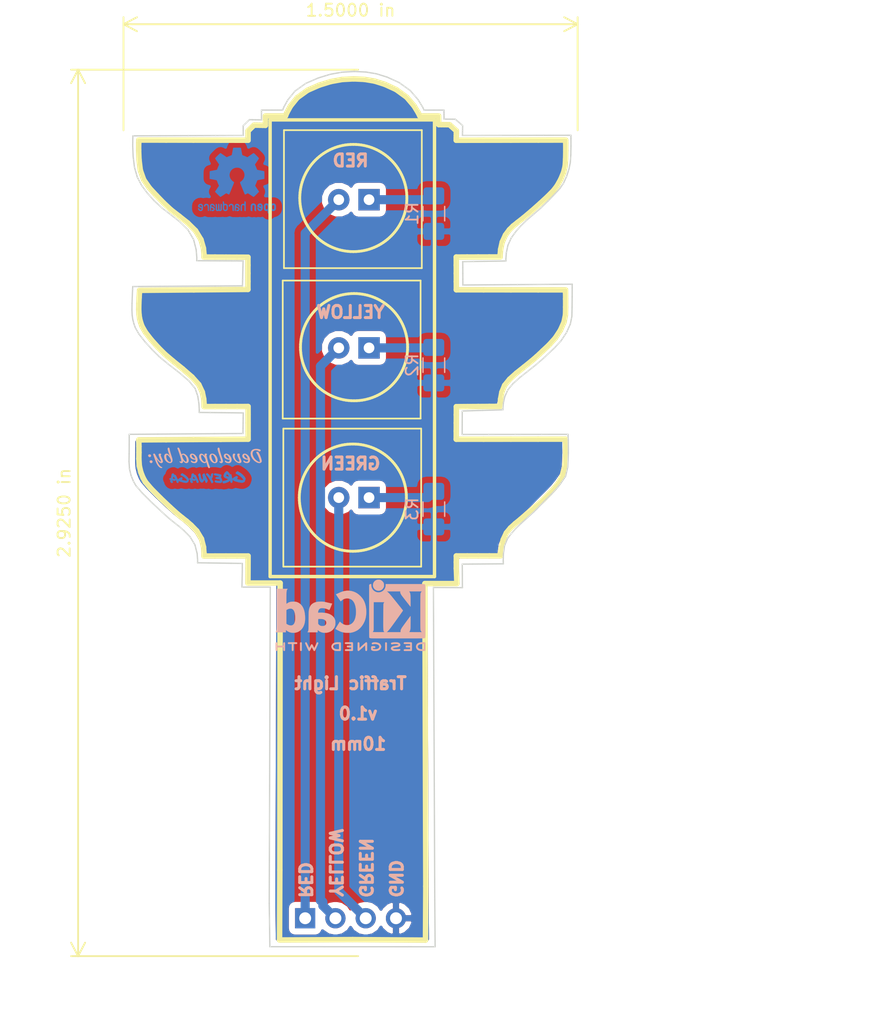
<source format=kicad_pcb>
(kicad_pcb (version 20171130) (host pcbnew 6.0.0-rc1-unknown-4d73cfb~66~ubuntu16.04.1)
  (title_block (title "Project Title"))
  (layers (0 F.Cu signal) (31 B.Cu signal) (34 B.Paste user) (35 F.Paste user) (36 B.SilkS user) (37 F.SilkS user) (38 B.Mask user) (39 F.Mask user) (44 Edge.Cuts user))
  (net 0 "")
  (net 1 "Net-(D1-Pad1)")
  (net 2 "Net-(D1-Pad2)")
  (net 3 "Net-(D2-Pad2)")
  (net 4 "Net-(D2-Pad1)")
  (net 5 "Net-(D3-Pad1)")
  (net 6 "Net-(D3-Pad2)")
  (net 7 GND)
  (module Semaforo:LED_D10.0mm (layer F.Cu) (at 135.5344 83.2866 180)
    (fp_text reference D1)
    (fp_text value LED_ALT)
    (pad 1 thru_hole rect (at 0 0 180) (size 1.8 1.8) (drill 0.9) (layers *.Cu *.Mask) (net 1 "Net-(D1-Pad1)"))
    (pad 2 thru_hole circle (at 2.54 0 180) (size 1.8 1.8) (drill 0.9) (layers *.Cu *.Mask) (net 2 "Net-(D1-Pad2)"))
  )
  (module Semaforo:LED_D10.0mm (layer F.Cu) (at 135.5344 95.7072 180)
    (fp_text reference D2)
    (fp_text value LED_ALT)
    (pad 2 thru_hole circle (at 2.54 0 180) (size 1.8 1.8) (drill 0.9) (layers *.Cu *.Mask) (net 3 "Net-(D2-Pad2)"))
    (pad 1 thru_hole rect (at 0 0 180) (size 1.8 1.8) (drill 0.9) (layers *.Cu *.Mask) (net 4 "Net-(D2-Pad1)"))
  )
  (module Semaforo:LED_D10.0mm (layer F.Cu) (at 135.5344 108.2548 180)
    (fp_text reference D3)
    (fp_text value LED_ALT)
    (pad 1 thru_hole rect (at 0 0 180) (size 1.8 1.8) (drill 0.9) (layers *.Cu *.Mask) (net 5 "Net-(D3-Pad1)"))
    (pad 2 thru_hole circle (at 2.54 0 180) (size 1.8 1.8) (drill 0.9) (layers *.Cu *.Mask) (net 6 "Net-(D3-Pad2)"))
  )
  (module Semaforo:10mm.All.01 (layer F.Cu) (at 133.985 109.22)
    (fp_text reference E1 hide)
    (fp_text value EdgeTraffic hide)
    (fp_line (start 7.834539 -33.441156) (end 7.417879 -33.441156) (layer Edge.Cuts) (width 0.113458))
    (fp_line (start 7.417879 -33.441156) (end 7.001221 -33.441156) (layer Edge.Cuts) (width 0.113458))
    (fp_line (start 7.001221 -33.441156) (end 6.584558 -33.441156) (layer Edge.Cuts) (width 0.113458))
    (fp_line (start 6.584558 -33.441156) (end 6.167903 -33.441156) (layer Edge.Cuts) (width 0.113458))
    (fp_line (start 6.167903 -33.441156) (end 6.042466 -33.699188) (layer Edge.Cuts) (width 0.113458))
    (fp_line (start 6.042466 -33.699188) (end 5.658744 -34.321708) (layer Edge.Cuts) (width 0.113458))
    (fp_line (start 5.658744 -34.321708) (end 5.00563 -35.08139) (layer Edge.Cuts) (width 0.113458))
    (fp_line (start 5.00563 -35.08139) (end 4.072008 -35.750889) (layer Edge.Cuts) (width 0.113458))
    (fp_line (start 4.072008 -35.750889) (end 3.072352 -36.20353) (layer Edge.Cuts) (width 0.113458))
    (fp_line (start 3.072352 -36.20353) (end 2.171128 -36.486584) (layer Edge.Cuts) (width 0.113458))
    (fp_line (start 2.171128 -36.486584) (end 1.282202 -36.633663) (layer Edge.Cuts) (width 0.113458))
    (fp_line (start 1.282202 -36.633663) (end 0.319438 -36.678354) (layer Edge.Cuts) (width 0.113458))
    (fp_line (start 0.319438 -36.678354) (end -0.697126 -36.623562) (layer Edge.Cuts) (width 0.113458))
    (fp_line (start -0.697126 -36.623562) (end -1.703199 -36.444232) (layer Edge.Cuts) (width 0.113458))
    (fp_line (start -1.703199 -36.444232) (end -2.71855 -36.132066) (layer Edge.Cuts) (width 0.113458))
    (fp_line (start -2.71855 -36.132066) (end -3.762953 -35.678732) (layer Edge.Cuts) (width 0.113458))
    (fp_line (start -3.762953 -35.678732) (end -4.665257 -35.032865) (layer Edge.Cuts) (width 0.113458))
    (fp_line (start -4.665257 -35.032865) (end -5.265151 -34.296609) (layer Edge.Cuts) (width 0.113458))
    (fp_line (start -5.265151 -34.296609) (end -5.598665 -33.692026) (layer Edge.Cuts) (width 0.113458))
    (fp_line (start -5.598665 -33.692026) (end -5.701829 -33.441156) (layer Edge.Cuts) (width 0.113458))
    (fp_line (start -5.701829 -33.441156) (end -6.14491 -33.441156) (layer Edge.Cuts) (width 0.113458))
    (fp_line (start -6.14491 -33.441156) (end -6.587992 -33.441156) (layer Edge.Cuts) (width 0.113458))
    (fp_line (start -6.587992 -33.441156) (end -7.031074 -33.441156) (layer Edge.Cuts) (width 0.113458))
    (fp_line (start -7.031074 -33.441156) (end -7.474155 -33.441156) (layer Edge.Cuts) (width 0.113458))
    (fp_line (start -7.474155 -33.441156) (end -7.474155 -33.236061) (layer Edge.Cuts) (width 0.113458))
    (fp_line (start -7.474155 -33.236061) (end -7.474155 -33.030964) (layer Edge.Cuts) (width 0.113458))
    (fp_line (start -7.474155 -33.030964) (end -7.474155 -32.825867) (layer Edge.Cuts) (width 0.113458))
    (fp_line (start -7.474155 -32.825867) (end -7.474155 -32.620765) (layer Edge.Cuts) (width 0.113458))
    (fp_line (start -7.474155 -32.620765) (end -7.726141 -32.625104) (layer Edge.Cuts) (width 0.113458))
    (fp_line (start -7.726141 -32.625104) (end -7.978128 -32.629443) (layer Edge.Cuts) (width 0.113458))
    (fp_line (start -7.978128 -32.629443) (end -8.230114 -32.633782) (layer Edge.Cuts) (width 0.113458))
    (fp_line (start -8.230114 -32.633782) (end -8.4821 -32.638122) (layer Edge.Cuts) (width 0.113458))
    (fp_line (start -8.4821 -32.638122) (end -8.613616 -32.511661) (layer Edge.Cuts) (width 0.113458))
    (fp_line (start -8.613616 -32.511661) (end -8.745132 -32.385204) (layer Edge.Cuts) (width 0.113458))
    (fp_line (start -8.745132 -32.385204) (end -8.876647 -32.258749) (layer Edge.Cuts) (width 0.113458))
    (fp_line (start -8.876647 -32.258749) (end -9.008163 -32.132289) (layer Edge.Cuts) (width 0.113458))
    (fp_line (start -9.008163 -32.132289) (end -9.008163 -31.928935) (layer Edge.Cuts) (width 0.113458))
    (fp_line (start -9.008163 -31.928935) (end -9.008163 -31.725587) (layer Edge.Cuts) (width 0.113458))
    (fp_line (start -9.008163 -31.725587) (end -9.008163 -31.522239) (layer Edge.Cuts) (width 0.113458))
    (fp_line (start -9.008163 -31.522239) (end -9.008163 -31.318885) (layer Edge.Cuts) (width 0.113458))
    (fp_line (start -9.008163 -31.318885) (end -11.320872 -31.310128) (layer Edge.Cuts) (width 0.113458))
    (fp_line (start -11.320872 -31.310128) (end -13.633582 -31.301343) (layer Edge.Cuts) (width 0.113458))
    (fp_line (start -13.633582 -31.301343) (end -15.946291 -31.292559) (layer Edge.Cuts) (width 0.113458))
    (fp_line (start -15.946291 -31.292559) (end -18.259 -31.283775) (layer Edge.Cuts) (width 0.113458))
    (fp_line (start -18.259 -31.283775) (end -18.270057 -31.041761) (layer Edge.Cuts) (width 0.113458))
    (fp_line (start -18.270057 -31.041761) (end -18.27764 -30.418561) (layer Edge.Cuts) (width 0.113458))
    (fp_line (start -18.27764 -30.418561) (end -18.243383 -29.568439) (layer Edge.Cuts) (width 0.113458))
    (fp_line (start -18.243383 -29.568439) (end -18.128921 -28.64566) (layer Edge.Cuts) (width 0.113458))
    (fp_line (start -18.128921 -28.64566) (end -17.892153 -27.822454) (layer Edge.Cuts) (width 0.113458))
    (fp_line (start -17.892153 -27.822454) (end -17.52766 -27.125046) (layer Edge.Cuts) (width 0.113458))
    (fp_line (start -17.52766 -27.125046) (end -17.052103 -26.488694) (layer Edge.Cuts) (width 0.113458))
    (fp_line (start -17.052103 -26.488694) (end -16.482139 -25.84867) (layer Edge.Cuts) (width 0.113458))
    (fp_line (start -16.482139 -25.84867) (end -15.817866 -25.236104) (layer Edge.Cuts) (width 0.113458))
    (fp_line (start -15.817866 -25.236104) (end -15.08659 -24.676174) (layer Edge.Cuts) (width 0.113458))
    (fp_line (start -15.08659 -24.676174) (end -14.345783 -24.095247) (layer Edge.Cuts) (width 0.113458))
    (fp_line (start -14.345783 -24.095247) (end -13.652916 -23.419673) (layer Edge.Cuts) (width 0.113458))
    (fp_line (start -13.652916 -23.419673) (end -13.17057 -22.592715) (layer Edge.Cuts) (width 0.113458))
    (fp_line (start -13.17057 -22.592715) (end -12.954069 -21.745072) (layer Edge.Cuts) (width 0.113458))
    (fp_line (start -12.954069 -21.745072) (end -12.900003 -21.084278) (layer Edge.Cuts) (width 0.113458))
    (fp_line (start -12.900003 -21.084278) (end -12.904961 -20.817898) (layer Edge.Cuts) (width 0.113458))
    (fp_line (start -12.904961 -20.817898) (end -11.933433 -20.814035) (layer Edge.Cuts) (width 0.113458))
    (fp_line (start -11.933433 -20.814035) (end -10.961905 -20.810199) (layer Edge.Cuts) (width 0.113458))
    (fp_line (start -10.961905 -20.810199) (end -9.990376 -20.806336) (layer Edge.Cuts) (width 0.113458))
    (fp_line (start -9.990376 -20.806336) (end -9.018848 -20.802499) (layer Edge.Cuts) (width 0.113458))
    (fp_line (start -9.018848 -20.802499) (end -9.031408 -20.280879) (layer Edge.Cuts) (width 0.113458))
    (fp_line (start -9.031408 -20.280879) (end -9.04397 -19.75925) (layer Edge.Cuts) (width 0.113458))
    (fp_line (start -9.04397 -19.75925) (end -9.05653 -19.237624) (layer Edge.Cuts) (width 0.113458))
    (fp_line (start -9.05653 -19.237624) (end -9.06909 -18.715993) (layer Edge.Cuts) (width 0.113458))
    (fp_line (start -9.06909 -18.715993) (end -11.370719 -18.70062) (layer Edge.Cuts) (width 0.113458))
    (fp_line (start -11.370719 -18.70062) (end -13.672349 -18.685222) (layer Edge.Cuts) (width 0.113458))
    (fp_line (start -13.672349 -18.685222) (end -15.973978 -18.669823) (layer Edge.Cuts) (width 0.113458))
    (fp_line (start -15.973978 -18.669823) (end -18.275607 -18.654451) (layer Edge.Cuts) (width 0.113458))
    (fp_line (start -18.275607 -18.654451) (end -18.287082 -18.425906) (layer Edge.Cuts) (width 0.113458))
    (fp_line (start -18.287082 -18.425906) (end -18.31181 -17.880544) (layer Edge.Cuts) (width 0.113458))
    (fp_line (start -18.31181 -17.880544) (end -18.335252 -17.228746) (layer Edge.Cuts) (width 0.113458))
    (fp_line (start -18.335252 -17.228746) (end -18.342874 -16.680902) (layer Edge.Cuts) (width 0.113458))
    (fp_line (start -18.342874 -16.680902) (end -18.321824 -16.239964) (layer Edge.Cuts) (width 0.113458))
    (fp_line (start -18.321824 -16.239964) (end -18.269346 -15.879871) (layer Edge.Cuts) (width 0.113458))
    (fp_line (start -18.269346 -15.879871) (end -18.183416 -15.551412) (layer Edge.Cuts) (width 0.113458))
    (fp_line (start -18.183416 -15.551412) (end -18.062012 -15.205395) (layer Edge.Cuts) (width 0.113458))
    (fp_line (start -18.062012 -15.205395) (end -17.75641 -14.672273) (layer Edge.Cuts) (width 0.113458))
    (fp_line (start -17.75641 -14.672273) (end -17.244821 -14.021329) (layer Edge.Cuts) (width 0.113458))
    (fp_line (start -17.244821 -14.021329) (end -16.636755 -13.352148) (layer Edge.Cuts) (width 0.113458))
    (fp_line (start -16.636755 -13.352148) (end -16.041722 -12.764333) (layer Edge.Cuts) (width 0.113458))
    (fp_line (start -16.041722 -12.764333) (end -15.316199 -12.167648) (layer Edge.Cuts) (width 0.113458))
    (fp_line (start -15.316199 -12.167648) (end -14.408521 -11.465052) (layer Edge.Cuts) (width 0.113458))
    (fp_line (start -14.408521 -11.465052) (end -13.565974 -10.745936) (layer Edge.Cuts) (width 0.113458))
    (fp_line (start -13.565974 -10.745936) (end -13.035851 -10.099683) (layer Edge.Cuts) (width 0.113458))
    (fp_line (start -13.035851 -10.099683) (end -12.818768 -9.461312) (layer Edge.Cuts) (width 0.113458))
    (fp_line (start -12.818768 -9.461312) (end -12.72011 -8.810924) (layer Edge.Cuts) (width 0.113458))
    (fp_line (start -12.72011 -8.810924) (end -12.694323 -8.305533) (layer Edge.Cuts) (width 0.113458))
    (fp_line (start -12.694323 -8.305533) (end -12.695832 -8.102174) (layer Edge.Cuts) (width 0.113458))
    (fp_line (start -12.695832 -8.102174) (end -11.773532 -8.092173) (layer Edge.Cuts) (width 0.113458))
    (fp_line (start -11.773532 -8.092173) (end -10.851233 -8.082172) (layer Edge.Cuts) (width 0.113458))
    (fp_line (start -10.851233 -8.082172) (end -9.928933 -8.07217) (layer Edge.Cuts) (width 0.113458))
    (fp_line (start -9.928933 -8.07217) (end -9.006634 -8.062169) (layer Edge.Cuts) (width 0.113458))
    (fp_line (start -9.006634 -8.062169) (end -9.011905 -7.630983) (layer Edge.Cuts) (width 0.113458))
    (fp_line (start -9.011905 -7.630983) (end -9.017175 -7.199794) (layer Edge.Cuts) (width 0.113458))
    (fp_line (start -9.017175 -7.199794) (end -9.022446 -6.768603) (layer Edge.Cuts) (width 0.113458))
    (fp_line (start -9.022446 -6.768603) (end -9.027716 -6.337414) (layer Edge.Cuts) (width 0.113458))
    (fp_line (start -9.027716 -6.337414) (end -11.413443 -6.32011) (layer Edge.Cuts) (width 0.113458))
    (fp_line (start -11.413443 -6.32011) (end -13.799168 -6.302806) (layer Edge.Cuts) (width 0.113458))
    (fp_line (start -13.799168 -6.302806) (end -16.184894 -6.285503) (layer Edge.Cuts) (width 0.113458))
    (fp_line (start -16.184894 -6.285503) (end -18.570621 -6.268199) (layer Edge.Cuts) (width 0.113458))
    (fp_line (start -18.570621 -6.268199) (end -18.57058 -6.010423) (layer Edge.Cuts) (width 0.113458))
    (fp_line (start -18.57058 -6.010423) (end -18.571955 -5.391552) (layer Edge.Cuts) (width 0.113458))
    (fp_line (start -18.571955 -5.391552) (end -18.577041 -4.643313) (layer Edge.Cuts) (width 0.113458))
    (fp_line (start -18.577041 -4.643313) (end -18.588098 -3.997399) (layer Edge.Cuts) (width 0.113458))
    (fp_line (start -18.588098 -3.997399) (end -18.547923 -3.368164) (layer Edge.Cuts) (width 0.113458))
    (fp_line (start -18.547923 -3.368164) (end -18.414149 -2.813129) (layer Edge.Cuts) (width 0.113458))
    (fp_line (start -18.414149 -2.813129) (end -18.223711 -2.343811) (layer Edge.Cuts) (width 0.113458))
    (fp_line (start -18.223711 -2.343811) (end -18.013547 -1.971765) (layer Edge.Cuts) (width 0.113458))
    (fp_line (start -18.013547 -1.971765) (end -17.514183 -1.389568) (layer Edge.Cuts) (width 0.113458))
    (fp_line (start -17.514183 -1.389568) (end -16.697331 -0.573389) (layer Edge.Cuts) (width 0.113458))
    (fp_line (start -16.697331 -0.573389) (end -15.830669 0.241469) (layer Edge.Cuts) (width 0.113458))
    (fp_line (start -15.830669 0.241469) (end -15.181875 0.819711) (layer Edge.Cuts) (width 0.113458))
    (fp_line (start -15.181875 0.819711) (end -14.766402 1.153028) (layer Edge.Cuts) (width 0.113458))
    (fp_line (start -14.766402 1.153028) (end -14.382089 1.451361) (layer Edge.Cuts) (width 0.113458))
    (fp_line (start -14.382089 1.451361) (end -13.970193 1.80681) (layer Edge.Cuts) (width 0.113458))
    (fp_line (start -13.970193 1.80681) (end -13.471964 2.311474) (layer Edge.Cuts) (width 0.113458))
    (fp_line (start -13.471964 2.311474) (end -13.057306 2.996269) (layer Edge.Cuts) (width 0.113458))
    (fp_line (start -13.057306 2.996269) (end -12.874325 3.709847) (layer Edge.Cuts) (width 0.113458))
    (fp_line (start -12.874325 3.709847) (end -12.831585 4.270925) (layer Edge.Cuts) (width 0.113458))
    (fp_line (start -12.831585 4.270925) (end -12.837657 4.498239) (layer Edge.Cuts) (width 0.113458))
    (fp_line (start -12.837657 4.498239) (end -11.898742 4.511654) (layer Edge.Cuts) (width 0.113458))
    (fp_line (start -11.898742 4.511654) (end -10.959826 4.525121) (layer Edge.Cuts) (width 0.113458))
    (fp_line (start -10.959826 4.525121) (end -10.020911 4.538615) (layer Edge.Cuts) (width 0.113458))
    (fp_line (start -10.020911 4.538615) (end -9.081996 4.552029) (layer Edge.Cuts) (width 0.113458))
    (fp_line (start -9.081996 4.552029) (end -9.084033 5.203846) (layer Edge.Cuts) (width 0.113458))
    (fp_line (start -9.084033 5.203846) (end -9.113272 6.535949) (layer Edge.Cuts) (width 0.113458))
    (fp_line (start -9.113272 6.535949) (end -6.737182 6.53251) (layer Edge.Cuts) (width 0.113458))
    (fp_line (start -6.737182 6.53251) (end -6.822579 33.054158) (layer Edge.Cuts) (width 0.113458))
    (fp_line (start -6.822579 33.054158) (end -6.770468 36.67465) (layer Edge.Cuts) (width 0.113458))
    (fp_line (start -6.770468 36.67465) (end -4.459764 36.675444) (layer Edge.Cuts) (width 0.113458))
    (fp_line (start -4.459764 36.675444) (end -2.149059 36.676502) (layer Edge.Cuts) (width 0.113458))
    (fp_line (start -2.149059 36.676502) (end 0.161647 36.677296) (layer Edge.Cuts) (width 0.113458))
    (fp_line (start 0.161647 36.677296) (end 2.472351 36.678354) (layer Edge.Cuts) (width 0.113458))
    (fp_line (start 2.472351 36.678354) (end 4.783055 36.679148) (layer Edge.Cuts) (width 0.113458))
    (fp_line (start 4.783055 36.679148) (end 7.093756 36.680206) (layer Edge.Cuts) (width 0.113458))
    (fp_line (start 7.093756 36.680206) (end 7.064247 32.748932) (layer Edge.Cuts) (width 0.113458))
    (fp_line (start 7.064247 32.748932) (end 6.952056 6.568845) (layer Edge.Cuts) (width 0.113458))
    (fp_line (start 6.952056 6.568845) (end 9.38299 6.582841) (layer Edge.Cuts) (width 0.113458))
    (fp_line (start 9.38299 6.582841) (end 9.376666 5.24981) (layer Edge.Cuts) (width 0.113458))
    (fp_line (start 9.376666 5.24981) (end 9.370342 4.610685) (layer Edge.Cuts) (width 0.113458))
    (fp_line (start 9.370342 4.610685) (end 10.231961 4.604388) (layer Edge.Cuts) (width 0.113458))
    (fp_line (start 10.231961 4.604388) (end 11.093576 4.598091) (layer Edge.Cuts) (width 0.113458))
    (fp_line (start 11.093576 4.598091) (end 11.955197 4.591767) (layer Edge.Cuts) (width 0.113458))
    (fp_line (start 11.955197 4.591767) (end 12.816813 4.58547) (layer Edge.Cuts) (width 0.113458))
    (fp_line (start 12.816813 4.58547) (end 12.806679 4.3468) (layer Edge.Cuts) (width 0.113458))
    (fp_line (start 12.806679 4.3468) (end 12.818797 3.773062) (layer Edge.Cuts) (width 0.113458))
    (fp_line (start 12.818797 3.773062) (end 12.916966 3.077718) (layer Edge.Cuts) (width 0.113458))
    (fp_line (start 12.916966 3.077718) (end 13.164954 2.474225) (layer Edge.Cuts) (width 0.113458))
    (fp_line (start 13.164954 2.474225) (end 13.500991 2.031238) (layer Edge.Cuts) (width 0.113458))
    (fp_line (start 13.500991 2.031238) (end 13.860041 1.629505) (layer Edge.Cuts) (width 0.113458))
    (fp_line (start 13.860041 1.629505) (end 14.300959 1.200536) (layer Edge.Cuts) (width 0.113458))
    (fp_line (start 14.300959 1.200536) (end 14.882605 0.67586) (layer Edge.Cuts) (width 0.113458))
    (fp_line (start 14.882605 0.67586) (end 15.371103 0.233685) (layer Edge.Cuts) (width 0.113458))
    (fp_line (start 15.371103 0.233685) (end 15.640817 -0.032359) (layer Edge.Cuts) (width 0.113458))
    (fp_line (start 15.640817 -0.032359) (end 15.912943 -0.317651) (layer Edge.Cuts) (width 0.113458))
    (fp_line (start 15.912943 -0.317651) (end 16.408698 -0.81757) (layer Edge.Cuts) (width 0.113458))
    (fp_line (start 16.408698 -0.81757) (end 16.858165 -1.262944) (layer Edge.Cuts) (width 0.113458))
    (fp_line (start 16.858165 -1.262944) (end 17.239514 -1.668825) (layer Edge.Cuts) (width 0.113458))
    (fp_line (start 17.239514 -1.668825) (end 17.61259 -2.130343) (layer Edge.Cuts) (width 0.113458))
    (fp_line (start 17.61259 -2.130343) (end 18.037217 -2.742636) (layer Edge.Cuts) (width 0.113458))
    (fp_line (start 18.037217 -2.742636) (end 18.220618 -3.52484) (layer Edge.Cuts) (width 0.113458))
    (fp_line (start 18.220618 -3.52484) (end 18.274114 -4.710359) (layer Edge.Cuts) (width 0.113458))
    (fp_line (start 18.274114 -4.710359) (end 18.260303 -5.792925) (layer Edge.Cuts) (width 0.113458))
    (fp_line (start 18.260303 -5.792925) (end 18.241755 -6.266283) (layer Edge.Cuts) (width 0.113458))
    (fp_line (start 18.241755 -6.266283) (end 16.021864 -6.263902) (layer Edge.Cuts) (width 0.113458))
    (fp_line (start 16.021864 -6.263902) (end 13.801965 -6.261521) (layer Edge.Cuts) (width 0.113458))
    (fp_line (start 13.801965 -6.261521) (end 11.582071 -6.259139) (layer Edge.Cuts) (width 0.113458))
    (fp_line (start 11.582071 -6.259139) (end 9.362177 -6.256758) (layer Edge.Cuts) (width 0.113458))
    (fp_line (start 9.362177 -6.256758) (end 9.364294 -6.748743) (layer Edge.Cuts) (width 0.113458))
    (fp_line (start 9.364294 -6.748743) (end 9.366411 -7.240728) (layer Edge.Cuts) (width 0.113458))
    (fp_line (start 9.366411 -7.240728) (end 9.368527 -7.732713) (layer Edge.Cuts) (width 0.113458))
    (fp_line (start 9.368527 -7.732713) (end 9.370644 -8.2247) (layer Edge.Cuts) (width 0.113458))
    (fp_line (start 9.370644 -8.2247) (end 10.222838 -8.249518) (layer Edge.Cuts) (width 0.113458))
    (fp_line (start 10.222838 -8.249518) (end 11.075034 -8.274336) (layer Edge.Cuts) (width 0.113458))
    (fp_line (start 11.075034 -8.274336) (end 11.927233 -8.29918) (layer Edge.Cuts) (width 0.113458))
    (fp_line (start 11.927233 -8.29918) (end 12.779425 -8.324051) (layer Edge.Cuts) (width 0.113458))
    (fp_line (start 12.779425 -8.324051) (end 12.781277 -8.482087) (layer Edge.Cuts) (width 0.113458))
    (fp_line (start 12.781277 -8.482087) (end 12.818186 -8.883642) (layer Edge.Cuts) (width 0.113458))
    (fp_line (start 12.818186 -8.883642) (end 12.937561 -9.419894) (layer Edge.Cuts) (width 0.113458))
    (fp_line (start 12.937561 -9.419894) (end 13.186719 -9.982007) (layer Edge.Cuts) (width 0.113458))
    (fp_line (start 13.186719 -9.982007) (end 13.627218 -10.519114) (layer Edge.Cuts) (width 0.113458))
    (fp_line (start 13.627218 -10.519114) (end 14.229384 -11.052469) (layer Edge.Cuts) (width 0.113458))
    (fp_line (start 14.229384 -11.052469) (end 14.903706 -11.581434) (layer Edge.Cuts) (width 0.113458))
    (fp_line (start 14.903706 -11.581434) (end 15.560674 -12.105365) (layer Edge.Cuts) (width 0.113458))
    (fp_line (start 15.560674 -12.105365) (end 16.009408 -12.487968) (layer Edge.Cuts) (width 0.113458))
    (fp_line (start 16.009408 -12.487968) (end 16.268247 -12.721733) (layer Edge.Cuts) (width 0.113458))
    (fp_line (start 16.268247 -12.721733) (end 16.561503 -12.999196) (layer Edge.Cuts) (width 0.113458))
    (fp_line (start 16.561503 -12.999196) (end 17.113493 -13.51289) (layer Edge.Cuts) (width 0.113458))
    (fp_line (start 17.113493 -13.51289) (end 17.661212 -14.112401) (layer Edge.Cuts) (width 0.113458))
    (fp_line (start 17.661212 -14.112401) (end 18.117883 -14.799908) (layer Edge.Cuts) (width 0.113458))
    (fp_line (start 18.117883 -14.799908) (end 18.435684 -15.503075) (layer Edge.Cuts) (width 0.113458))
    (fp_line (start 18.435684 -15.503075) (end 18.566804 -16.149561) (layer Edge.Cuts) (width 0.113458))
    (fp_line (start 18.566804 -16.149561) (end 18.583288 -16.905684) (layer Edge.Cuts) (width 0.113458))
    (fp_line (start 18.583288 -16.905684) (end 18.591278 -17.796904) (layer Edge.Cuts) (width 0.113458))
    (fp_line (start 18.591278 -17.796904) (end 18.594162 -18.539613) (layer Edge.Cuts) (width 0.113458))
    (fp_line (start 18.594162 -18.539613) (end 18.594313 -18.85021) (layer Edge.Cuts) (width 0.113458))
    (fp_line (start 18.594313 -18.85021) (end 16.301082 -18.833383) (layer Edge.Cuts) (width 0.113458))
    (fp_line (start 16.301082 -18.833383) (end 14.007848 -18.816529) (layer Edge.Cuts) (width 0.113458))
    (fp_line (start 14.007848 -18.816529) (end 11.714622 -18.799702) (layer Edge.Cuts) (width 0.113458))
    (fp_line (start 11.714622 -18.799702) (end 9.421389 -18.782848) (layer Edge.Cuts) (width 0.113458))
    (fp_line (start 9.421389 -18.782848) (end 9.419272 -19.27257) (layer Edge.Cuts) (width 0.113458))
    (fp_line (start 9.419272 -19.27257) (end 9.417155 -19.762301) (layer Edge.Cuts) (width 0.113458))
    (fp_line (start 9.417155 -19.762301) (end 9.415039 -20.252026) (layer Edge.Cuts) (width 0.113458))
    (fp_line (start 9.415039 -20.252026) (end 9.412922 -20.741754) (layer Edge.Cuts) (width 0.113458))
    (fp_line (start 9.412922 -20.741754) (end 10.317471 -20.755803) (layer Edge.Cuts) (width 0.113458))
    (fp_line (start 10.317471 -20.755803) (end 11.222029 -20.769826) (layer Edge.Cuts) (width 0.113458))
    (fp_line (start 11.222029 -20.769826) (end 12.126584 -20.783849) (layer Edge.Cuts) (width 0.113458))
    (fp_line (start 12.126584 -20.783849) (end 13.031139 -20.797872) (layer Edge.Cuts) (width 0.113458))
    (fp_line (start 13.031139 -20.797872) (end 13.03139 -20.995349) (layer Edge.Cuts) (width 0.113458))
    (fp_line (start 13.03139 -20.995349) (end 13.069784 -21.486278) (layer Edge.Cuts) (width 0.113458))
    (fp_line (start 13.069784 -21.486278) (end 13.202573 -22.118376) (layer Edge.Cuts) (width 0.113458))
    (fp_line (start 13.202573 -22.118376) (end 13.486061 -22.739379) (layer Edge.Cuts) (width 0.113458))
    (fp_line (start 13.486061 -22.739379) (end 13.870773 -23.26898) (layer Edge.Cuts) (width 0.113458))
    (fp_line (start 13.870773 -23.26898) (end 14.289457 -23.750654) (layer Edge.Cuts) (width 0.113458))
    (fp_line (start 14.289457 -23.750654) (end 14.771676 -24.217762) (layer Edge.Cuts) (width 0.113458))
    (fp_line (start 14.771676 -24.217762) (end 15.347018 -24.70367) (layer Edge.Cuts) (width 0.113458))
    (fp_line (start 15.347018 -24.70367) (end 15.981047 -25.25535) (layer Edge.Cuts) (width 0.113458))
    (fp_line (start 15.981047 -25.25535) (end 16.588557 -25.846683) (layer Edge.Cuts) (width 0.113458))
    (fp_line (start 16.588557 -25.846683) (end 17.122994 -26.401387) (layer Edge.Cuts) (width 0.113458))
    (fp_line (start 17.122994 -26.401387) (end 17.537773 -26.843228) (layer Edge.Cuts) (width 0.113458))
    (fp_line (start 17.537773 -26.843228) (end 17.857985 -27.301777) (layer Edge.Cuts) (width 0.113458))
    (fp_line (start 17.857985 -27.301777) (end 18.127074 -27.889872) (layer Edge.Cuts) (width 0.113458))
    (fp_line (start 18.127074 -27.889872) (end 18.326015 -28.506092) (layer Edge.Cuts) (width 0.113458))
    (fp_line (start 18.326015 -28.506092) (end 18.435798 -29.049004) (layer Edge.Cuts) (width 0.113458))
    (fp_line (start 18.435798 -29.049004) (end 18.476528 -29.671669) (layer Edge.Cuts) (width 0.113458))
    (fp_line (start 18.476528 -29.671669) (end 18.489625 -30.427343) (layer Edge.Cuts) (width 0.113458))
    (fp_line (start 18.489625 -30.427343) (end 18.487773 -31.064896) (layer Edge.Cuts) (width 0.113458))
    (fp_line (start 18.487773 -31.064896) (end 18.484307 -31.33322) (layer Edge.Cuts) (width 0.113458))
    (fp_line (start 18.484307 -31.33322) (end 16.210102 -31.329384) (layer Edge.Cuts) (width 0.113458))
    (fp_line (start 16.210102 -31.329384) (end 13.935895 -31.325547) (layer Edge.Cuts) (width 0.113458))
    (fp_line (start 13.935895 -31.325547) (end 11.661684 -31.321711) (layer Edge.Cuts) (width 0.113458))
    (fp_line (start 11.661684 -31.321711) (end 9.387477 -31.317875) (layer Edge.Cuts) (width 0.113458))
    (fp_line (start 9.387477 -31.317875) (end 9.391525 -31.522972) (layer Edge.Cuts) (width 0.113458))
    (fp_line (start 9.391525 -31.522972) (end 9.395573 -31.728069) (layer Edge.Cuts) (width 0.113458))
    (fp_line (start 9.395573 -31.728069) (end 9.399621 -31.933166) (layer Edge.Cuts) (width 0.113458))
    (fp_line (start 9.399621 -31.933166) (end 9.403669 -32.13826) (layer Edge.Cuts) (width 0.113458))
    (fp_line (start 9.403669 -32.13826) (end 9.25123 -32.272983) (layer Edge.Cuts) (width 0.113458))
    (fp_line (start 9.25123 -32.272983) (end 9.098793 -32.407701) (layer Edge.Cuts) (width 0.113458))
    (fp_line (start 9.098793 -32.407701) (end 8.946364 -32.542424) (layer Edge.Cuts) (width 0.113458))
    (fp_line (start 8.946364 -32.542424) (end 8.793926 -32.677148) (layer Edge.Cuts) (width 0.113458))
    (fp_line (start 8.793926 -32.677148) (end 8.556127 -32.679529) (layer Edge.Cuts) (width 0.113458))
    (fp_line (start 8.556127 -32.679529) (end 8.318325 -32.68191) (layer Edge.Cuts) (width 0.113458))
    (fp_line (start 8.318325 -32.68191) (end 8.080525 -32.684291) (layer Edge.Cuts) (width 0.113458))
    (fp_line (start 8.080525 -32.684291) (end 7.84272 -32.686673) (layer Edge.Cuts) (width 0.113458))
    (fp_line (start 7.84272 -32.686673) (end 7.840604 -32.875696) (layer Edge.Cuts) (width 0.113458))
    (fp_line (start 7.840604 -32.875696) (end 7.838487 -33.064712) (layer Edge.Cuts) (width 0.113458))
    (fp_line (start 7.838487 -33.064712) (end 7.83637 -33.253736) (layer Edge.Cuts) (width 0.113458))
    (fp_line (start 7.83637 -33.253736) (end 7.834539 -33.441156) (layer Edge.Cuts) (width 0.113458))
  )
  (module Resistor_SMD:R_1206_3216Metric_Pad1.42x1.75mm_HandSolder (layer B.Cu) (at 140.97 84.455 270)
    (fp_text reference R1 (at 0 1.82 270) (layer B.SilkS) (effects (justify mirror)))
    (fp_text value 330)
    (pad 1 smd roundrect (at -1.4875 0 270) (size 1.425 1.75) (layers B.Cu B.Paste B.Mask) (roundrect_rratio 0.175439) (net 1 "Net-(D1-Pad1)"))
    (pad 2 smd roundrect (at 1.4875 0 270) (size 1.425 1.75) (layers B.Cu B.Paste B.Mask) (roundrect_rratio 0.175439) (net 7 GND))
  )
  (module Resistor_SMD:R_1206_3216Metric_Pad1.42x1.75mm_HandSolder (layer B.Cu) (at 140.97 97.155 270)
    (fp_text reference R2 (at 0 1.82 270) (layer B.SilkS) (effects (justify mirror)))
    (fp_text value 330)
    (pad 2 smd roundrect (at 1.4875 0 270) (size 1.425 1.75) (layers B.Cu B.Paste B.Mask) (roundrect_rratio 0.175439) (net 7 GND))
    (pad 1 smd roundrect (at -1.4875 0 270) (size 1.425 1.75) (layers B.Cu B.Paste B.Mask) (roundrect_rratio 0.175439) (net 4 "Net-(D2-Pad1)"))
  )
  (module Resistor_SMD:R_1206_3216Metric_Pad1.42x1.75mm_HandSolder (layer B.Cu) (at 140.97 109.22 270)
    (fp_text reference R3 (at 0 1.82 270) (layer B.SilkS) (effects (justify mirror)))
    (fp_text value 330)
    (pad 1 smd roundrect (at -1.4875 0 270) (size 1.425 1.75) (layers B.Cu B.Paste B.Mask) (roundrect_rratio 0.175439) (net 5 "Net-(D3-Pad1)"))
    (pad 2 smd roundrect (at 1.4875 0 270) (size 1.425 1.75) (layers B.Cu B.Paste B.Mask) (roundrect_rratio 0.175439) (net 7 GND))
  )
  (module Semaforo:PinHeader_1x04_P2.54mm_Vertical (layer F.Cu) (at 130.175 143.51 90)
    (fp_text reference J1)
    (fp_text value CONN_01X04)
    (pad 1 thru_hole rect (at 0 0 90) (size 1.7 1.7) (drill 1) (layers *.Cu *.Mask) (net 2 "Net-(D1-Pad2)"))
    (pad 2 thru_hole oval (at 0 2.54 90) (size 1.7 1.7) (drill 1) (layers *.Cu *.Mask) (net 3 "Net-(D2-Pad2)"))
    (pad 3 thru_hole oval (at 0 5.08 90) (size 1.7 1.7) (drill 1) (layers *.Cu *.Mask) (net 6 "Net-(D3-Pad2)"))
    (pad 4 thru_hole oval (at 0 7.62 90) (size 1.7 1.7) (drill 1) (layers *.Cu *.Mask) (net 7 GND))
  )
  (module MazBot-Botonera-02:Developed-Silks3 (layer B.Cu) (at 121.7676 104.9274 180)
    (fp_text reference svg2mod hide)
    (fp_text value G*** hide)
  )
  (module MazBot-Botonera-02:GReynaga.CuMask3 (layer B.Cu) (at 121.9708 106.553 180)
    (fp_text reference svg2mod hide)
    (fp_text value G*** hide)
    (fp_poly (pts (xy 3.122325 -0.357007) (xy 2.739494 -0.127833) (xy 2.811028 -0.122534) (xy 2.883879 -0.110613) (xy 2.864009 -0.028481) (xy 2.84149 0.057624) (xy 2.833541 0.044377) (xy 2.781878 -0.017884) (xy 2.740812 -0.082794) (xy 2.724917 -0.106639) (xy 2.710346 -0.130483) (xy 2.724917 -0.129158) (xy 2.739487 -0.127834) (xy 2.739494 -0.127833) (xy 3.122325 -0.357007) (xy 3.098481 -0.403371) (xy 3.062714 -0.444437) (xy 3.017674 -0.47358) (xy 2.964686 -0.486827) (xy 2.940842 -0.477555) (xy 2.928921 -0.469606) (xy 2.920972 -0.465632) (xy 2.915672 -0.461658) (xy 2.899777 -0.455035) (xy 2.905077 -0.437814) (xy 2.903739 -0.421917) (xy 2.887844 -0.404696) (xy 2.879894 -0.396748) (xy 2.87327 -0.3888) (xy 2.850751 -0.36363) (xy 2.886517 -0.354358) (xy 2.930232 -0.330513) (xy 2.939506 -0.281499) (xy 2.894466 -0.280174) (xy 2.858699 -0.289447) (xy 2.809686 -0.301369) (xy 2.756698 -0.305343) (xy 2.736828 -0.305343) (xy 2.716958 -0.302693) (xy 2.703713 -0.300044) (xy 2.698413 -0.284147) (xy 2.693114 -0.278848) (xy 2.67854 -0.261627) (xy 2.675897 -0.232484) (xy 2.667948 -0.208639) (xy 2.656024 -0.241756) (xy 2.650724 -0.255003) (xy 2.637479 -0.257653) (xy 2.633504 -0.264277) (xy 2.632167 -0.2709) (xy 2.625542 -0.29342) (xy 2.620243 -0.298719) (xy 2.614943 -0.302693) (xy 2.608319 -0.326537) (xy 2.60037 -0.349057) (xy 2.588446 -0.383499) (xy 2.585803 -0.415292) (xy 2.580503 -0.429864) (xy 2.565933 -0.443111) (xy 2.550038 -0.451059) (xy 2.542088 -0.456358) (xy 2.535464 -0.459008) (xy 2.531489 -0.473579) (xy 2.515594 -0.476229) (xy 2.4944 -0.480203) (xy 2.481154 -0.481528) (xy 2.467909 -0.480203) (xy 2.445389 -0.461657) (xy 2.426844 -0.447086) (xy 2.413599 -0.423241) (xy 2.410956 -0.408669) (xy 2.408312 -0.395422) (xy 2.404338 -0.387474) (xy 2.387118 -0.371578) (xy 2.401688 -0.359655) (xy 2.403026 -0.337135) (xy 2.458663 -0.207315) (xy 2.520924 -0.080144) (xy 2.540794 -0.037753) (xy 2.561989 0.004637) (xy 2.560651 0.01391) (xy 2.563294 0.025832) (xy 2.587138 0.065573) (xy 2.605683 0.102665) (xy 2.626878 0.14638) (xy 2.656022 0.190095) (xy 2.677216 0.199368) (xy 2.68649 0.202018) (xy 2.698414 0.204667) (xy 2.718284 0.202018) (xy 2.783194 0.249707) (xy 2.840156 0.325215) (xy 2.853402 0.343761) (xy 2.870622 0.333163) (xy 2.889167 0.325215) (xy 2.914336 0.318591) (xy 2.959376 0.306669) (xy 2.993818 0.286799) (xy 3.003092 0.255006) (xy 3.007067 0.23381) (xy 3.013691 0.188771) (xy 3.01899 0.138432) (xy 3.029589 0.093392) (xy 3.038864 0.049677) (xy 3.052109 -0.012584) (xy 3.069329 -0.068221) (xy 3.082574 -0.069546) (xy 3.09582 -0.065572) (xy 3.11304 -0.062922) (xy 3.127614 -0.061598) (xy 3.132913 -0.074845) (xy 3.146158 -0.088092) (xy 3.171328 -0.09604) (xy 3.185898 -0.107962) (xy 3.196497 -0.11591) (xy 3.216367 -0.123859) (xy 3.205768 -0.143729) (xy 3.167351 -0.190094) (xy 3.113039 -0.22586) (xy 3.114377 -0.241757) (xy 3.118351 -0.256329) (xy 3.124976 -0.302693) (xy 3.124976 -0.351707) (xy 3.122332 -0.357006) (xy 3.122325 -0.357007)) (layer B.Cu) (width 0))
    (fp_poly (pts (xy 2.475871 -0.229836) (xy 2.392415 -0.31859) (xy 2.278491 -0.370254) (xy 2.147345 -0.406021) (xy 2.0162 -0.447086) (xy 1.983082 -0.448411) (xy 1.956588 -0.452386) (xy 1.932744 -0.456359) (xy 1.90625 -0.459009) (xy 1.899625 -0.461659) (xy 1.895651 -0.466958) (xy 1.854585 -0.470932) (xy 1.825441 -0.470932) (xy 1.792324 -0.474906) (xy 1.76318 -0.47888) (xy 1.606868 -0.40867) (xy 1.544606 -0.225861) (xy 1.541963 -0.217913) (xy 1.536664 -0.213939) (xy 1.539307 -0.191419) (xy 1.540645 -0.167574) (xy 1.618802 -0.032455) (xy 1.723454 0.07882) (xy 1.739349 0.094717) (xy 1.751273 0.110613) (xy 1.765843 0.12386) (xy 1.785713 0.133133) (xy 1.851948 0.19142) (xy 1.932754 0.241758) (xy 2.01621 0.290772) (xy 2.093043 0.34641) (xy 2.114238 0.342436) (xy 2.128811 0.342436) (xy 2.153981 0.314617) (xy 2.187098 0.297396) (xy 2.218892 0.277525) (xy 2.241411 0.245733) (xy 2.233462 0.239109) (xy 2.237437 0.227187) (xy 2.238775 0.215265) (xy 2.229501 0.209966) (xy 2.23745 0.202018) (xy 2.245399 0.195395) (xy 2.241424 0.184797) (xy 2.241424 0.17155) (xy 2.181813 0.138432) (xy 2.114253 0.10399) (xy 2.041395 0.065574) (xy 1.968536 0.019209) (xy 1.895678 -0.040402) (xy 1.824144 -0.107962) (xy 1.759234 -0.182145) (xy 1.70757 -0.256328) (xy 1.71287 -0.266926) (xy 1.719494 -0.276199) (xy 1.797651 -0.276199) (xy 1.871834 -0.280173) (xy 1.877134 -0.272225) (xy 1.883758 -0.264277) (xy 2.024177 -0.240432) (xy 2.156647 -0.204665) (xy 2.136777 -0.198042) (xy 2.120882 -0.191418) (xy 2.120882 -0.180821) (xy 2.134127 -0.170223) (xy 2.103658 -0.143729) (xy 2.090413 -0.101338) (xy 2.098362 -0.085442) (xy 2.090413 -0.07087) (xy 2.083789 -0.07087) (xy 2.081145 -0.074844) (xy 2.079807 -0.080143) (xy 2.073183 -0.078818) (xy 2.078483 -0.058948) (xy 2.086432 -0.040402) (xy 2.177836 0.020534) (xy 2.213603 -0.00331) (xy 2.257318 -0.02848) (xy 2.305007 -0.053649) (xy 2.351372 -0.077494) (xy 2.384489 -0.098689) (xy 2.412309 -0.126508) (xy 2.438803 -0.153002) (xy 2.47192 -0.175522) (xy 2.473258 -0.20334) (xy 2.475901 -0.229834) (xy 2.475871 -0.229836)) (layer B.Cu) (width 0))
    (fp_poly (pts (xy 1.447904 -0.357007) (xy 1.065065 -0.127834) (xy 1.136599 -0.122535) (xy 1.209458 -0.110613) (xy 1.189588 -0.028481) (xy 1.167068 0.057624) (xy 1.159119 0.044377) (xy 1.107456 -0.017884) (xy 1.06639 -0.082794) (xy 1.050495 -0.106639) (xy 1.035924 -0.130483) (xy 1.050495 -0.129158) (xy 1.065065 -0.127834) (xy 1.447904 -0.357007) (xy 1.424059 -0.403371) (xy 1.388293 -0.444437) (xy 1.343253 -0.47358) (xy 1.290265 -0.486827) (xy 1.26642 -0.477555) (xy 1.254496 -0.469606) (xy 1.246547 -0.465632) (xy 1.241248 -0.461658) (xy 1.225353 -0.455035) (xy 1.230652 -0.437814) (xy 1.229314 -0.421917) (xy 1.213419 -0.404696) (xy 1.20547 -0.396748) (xy 1.198845 -0.3888) (xy 1.176326 -0.36363) (xy 1.212093 -0.354358) (xy 1.255808 -0.330513) (xy 1.265082 -0.281499) (xy 1.220042 -0.280174) (xy 1.184275 -0.289447) (xy 1.135261 -0.301369) (xy 1.082273 -0.305343) (xy 1.062404 -0.305343) (xy 1.042534 -0.302693) (xy 1.029288 -0.300044) (xy 1.023989 -0.284147) (xy 1.018689 -0.278848) (xy 1.004119 -0.261627) (xy 1.001476 -0.232484) (xy 0.993527 -0.208639) (xy 0.981603 -0.241756) (xy 0.976303 -0.255003) (xy 0.963058 -0.257653) (xy 0.959083 -0.264277) (xy 0.957745 -0.2709) (xy 0.951121 -0.29342) (xy 0.945822 -0.298719) (xy 0.940522 -0.302693) (xy 0.933898 -0.326537) (xy 0.925948 -0.349057) (xy 0.914025 -0.383499) (xy 0.911381 -0.415292) (xy 0.906082 -0.429864) (xy 0.891512 -0.443111) (xy 0.875616 -0.451059) (xy 0.867667 -0.456358) (xy 0.861043 -0.459008) (xy 0.857068 -0.473579) (xy 0.841173 -0.476229) (xy 0.819978 -0.480203) (xy 0.806733 -0.481528) (xy 0.793488 -0.480203) (xy 0.770968 -0.461657) (xy 0.752423 -0.447086) (xy 0.739178 -0.423241) (xy 0.736534 -0.408669) (xy 0.733891 -0.395422) (xy 0.729917 -0.387474) (xy 0.712697 -0.371578) (xy 0.727267 -0.359655) (xy 0.728605 -0.337135) (xy 0.784242 -0.207315) (xy 0.846503 -0.080144) (xy 0.866373 -0.037753) (xy 0.887568 0.004637) (xy 0.88623 0.01391) (xy 0.888873 0.025832) (xy 0.912717 0.065573) (xy 0.931262 0.102665) (xy 0.952457 0.14638) (xy 0.981601 0.190095) (xy 1.002796 0.199368) (xy 1.01207 0.202018) (xy 1.023993 0.204667) (xy 1.043863 0.202018) (xy 1.108773 0.249707) (xy 1.165736 0.325215) (xy 1.178981 0.343761) (xy 1.196201 0.333163) (xy 1.214746 0.325215) (xy 1.239915 0.318591) (xy 1.284955 0.306669) (xy 1.319397 0.286799) (xy 1.328672 0.255006) (xy 1.332646 0.23381) (xy 1.339271 0.188771) (xy 1.34457 0.138432) (xy 1.355169 0.093392) (xy 1.364443 0.049677) (xy 1.377688 -0.012584) (xy 1.394909 -0.068221) (xy 1.408154 -0.069546) (xy 1.421399 -0.065572) (xy 1.438619 -0.062922) (xy 1.45319 -0.061598) (xy 1.458489 -0.074845) (xy 1.471735 -0.088092) (xy 1.496904 -0.09604) (xy 1.511474 -0.107962) (xy 1.522073 -0.11591) (xy 1.541943 -0.123859) (xy 1.531344 -0.143729) (xy 1.492928 -0.190094) (xy 1.438615 -0.22586) (xy 1.439953 -0.241757) (xy 1.443928 -0.256329) (xy 1.450552 -0.302693) (xy 1.450552 -0.351707) (xy 1.447909 -0.357006) (xy 1.447904 -0.357007)) (layer B.Cu) (width 0))
    (fp_poly (pts (xy 0.253024 -0.227186) (xy 0.235804 -0.241758) (xy 0.225208 -0.264278) (xy 0.215934 -0.286797) (xy 0.202685 -0.29607) (xy 0.194736 -0.314616) (xy 0.184137 -0.331837) (xy 0.176188 -0.350383) (xy 0.178831 -0.372903) (xy 0.165586 -0.395423) (xy 0.158961 -0.423241) (xy 0.148362 -0.445761) (xy 0.119219 -0.45371) (xy 0.117881 -0.460333) (xy 0.121855 -0.469606) (xy 0.099336 -0.470931) (xy 0.082116 -0.477554) (xy 0.039725 -0.449735) (xy 0.010581 -0.40602) (xy -0.011938 -0.355682) (xy -0.030483 -0.311966) (xy -0.029145 -0.284148) (xy -0.038419 -0.260303) (xy 0.103323 0.03378) (xy 0.249041 0.342436) (xy 0.308652 0.314617) (xy 0.362965 0.280175) (xy 0.405355 0.23381) (xy 0.427875 0.176848) (xy 0.421251 0.170225) (xy 0.415951 0.1689) (xy 0.421251 0.159627) (xy 0.421251 0.154328) (xy 0.421251 0.14638) (xy 0.425225 0.134458) (xy 0.417276 0.133133) (xy 0.409327 0.133133) (xy 0.41197 0.109288) (xy 0.40667 0.092067) (xy 0.400046 0.076171) (xy 0.401384 0.054975) (xy 0.39476 0.052326) (xy 0.392116 0.048351) (xy 0.388142 0.044377) (xy 0.382842 0.044377) (xy 0.385486 -0.013909) (xy 0.382842 -0.073521) (xy 0.38418 -0.135782) (xy 0.393454 -0.202017) (xy 0.468962 -0.130483) (xy 0.515327 -0.032455) (xy 0.543146 0.084118) (xy 0.563016 0.21129) (xy 0.58156 0.240433) (xy 0.593484 0.2762) (xy 0.604083 0.314616) (xy 0.617329 0.350383) (xy 0.650446 0.337136) (xy 0.67694 0.315941) (xy 0.70211 0.294746) (xy 0.735227 0.282823) (xy 0.764371 0.239108) (xy 0.781591 0.194069) (xy 0.770992 0.170224) (xy 0.764368 0.14373) (xy 0.753769 0.11856) (xy 0.735224 0.100014) (xy 0.724625 0.036429) (xy 0.712701 -0.019209) (xy 0.703427 -0.077495) (xy 0.700784 -0.142406) (xy 0.678264 -0.207316) (xy 0.659719 -0.269577) (xy 0.626602 -0.310643) (xy 0.601433 -0.358332) (xy 0.594808 -0.360982) (xy 0.585534 -0.357008) (xy 0.585534 -0.364956) (xy 0.58156 -0.370255) (xy 0.578916 -0.375554) (xy 0.58156 -0.386151) (xy 0.548442 -0.408671) (xy 0.516648 -0.435165) (xy 0.476907 -0.451061) (xy 0.417296 -0.441789) (xy 0.320584 -0.350383) (xy 0.253024 -0.227186)) (layer B.Cu) (width 0))
    (fp_poly (pts (xy -0.137763 -0.12121) (xy -0.153658 -0.141081) (xy -0.166904 -0.1636) (xy -0.181474 -0.191419) (xy -0.201344 -0.215264) (xy -0.214589 -0.247057) (xy -0.235784 -0.272226) (xy -0.298044 -0.387475) (xy -0.305994 -0.41132) (xy -0.317914 -0.432515) (xy -0.323214 -0.441788) (xy -0.327188 -0.448411) (xy -0.329832 -0.461658) (xy -0.344402 -0.480204) (xy -0.358972 -0.494776) (xy -0.368246 -0.505373) (xy -0.388116 -0.513322) (xy -0.50603 -0.409995) (xy -0.504692 -0.396748) (xy -0.500717 -0.383501) (xy -0.495418 -0.367604) (xy -0.483497 -0.330513) (xy -0.460977 -0.297395) (xy -0.449057 -0.268252) (xy -0.417263 -0.205991) (xy -0.388119 -0.155652) (xy -0.370899 -0.126509) (xy -0.402693 -0.088092) (xy -0.433162 -0.024507) (xy -0.451707 0.029806) (xy -0.455681 0.05895) (xy -0.460981 0.084119) (xy -0.467605 0.113262) (xy -0.470248 0.14373) (xy -0.478197 0.162276) (xy -0.475554 0.175523) (xy -0.474216 0.199368) (xy -0.480841 0.231161) (xy -0.487465 0.260304) (xy -0.488803 0.292097) (xy -0.480854 0.321241) (xy -0.455684 0.34641) (xy -0.433165 0.347735) (xy -0.410645 0.334488) (xy -0.388126 0.322565) (xy -0.360307 0.309318) (xy -0.332488 0.292097) (xy -0.323214 0.273551) (xy -0.305994 0.25898) (xy -0.305994 0.244408) (xy -0.304656 0.229837) (xy -0.299356 0.208641) (xy -0.294057 0.192745) (xy -0.290082 0.156978) (xy -0.282133 0.12651) (xy -0.274184 0.096042) (xy -0.272846 0.061599) (xy -0.2596 0.070872) (xy -0.254301 0.074846) (xy -0.249001 0.07882) (xy -0.170844 0.184796) (xy -0.173487 0.198044) (xy -0.145668 0.224538) (xy -0.125799 0.244408) (xy -0.108579 0.264279) (xy -0.094005 0.274876) (xy 0.0265 0.357007) (xy 0.045045 0.359657) (xy 0.050344 0.342435) (xy 0.071539 0.315941) (xy 0.107306 0.293421) (xy 0.119226 0.285473) (xy 0.125851 0.265603) (xy 0.124513 0.253681) (xy 0.129812 0.240434) (xy 0.103318 0.194069) (xy 0.074174 0.167575) (xy 0.051655 0.147704) (xy 0.037084 0.126509) (xy 0.02781 0.115911) (xy -0.007942 0.073521) (xy -0.011917 0.057624) (xy -0.027812 0.057624) (xy -0.034436 0.052326) (xy -0.047682 0.029806) (xy -0.060931 0.012585) (xy -0.067555 0.005961) (xy -0.071529 -0.004636) (xy -0.075504 -0.015234) (xy -0.096699 -0.041728) (xy -0.105973 -0.060274) (xy -0.116569 -0.081469) (xy -0.131142 -0.10134) (xy -0.137766 -0.12121) (xy -0.137763 -0.12121)) (layer B.Cu) (width 0))
    (fp_poly (pts (xy -0.529874 0.277525) (xy -0.529874 0.262953) (xy -0.531212 0.255005) (xy -0.531212 0.245732) (xy -0.528569 0.232485) (xy -0.593479 0.170224) (xy -0.671637 0.146379) (xy -0.759067 0.131808) (xy -0.846497 0.097366) (xy -0.878291 0.097366) (xy -0.918032 0.093391) (xy -0.937901 0.081469) (xy -0.961746 0.074846) (xy -0.957771 0.049676) (xy -0.953797 0.029806) (xy -0.851795 0.031131) (xy -0.74052 0.037754) (xy -0.741858 0.028481) (xy -0.743196 0.021858) (xy -0.724651 0.004637) (xy -0.706106 -0.013909) (xy -0.687561 -0.029805) (xy -0.663717 -0.03378) (xy -0.657092 -0.057624) (xy -0.659735 -0.082794) (xy -0.702126 -0.113262) (xy -0.747165 -0.139756) (xy -0.796179 -0.159626) (xy -0.853142 -0.164925) (xy -0.863741 -0.164925) (xy -0.87169 -0.160951) (xy -0.902159 -0.164925) (xy -0.931303 -0.168899) (xy -0.967069 -0.1636) (xy -1.002836 -0.158301) (xy -1.041253 -0.217913) (xy -1.071721 -0.285473) (xy -0.997538 -0.290772) (xy -0.940576 -0.286798) (xy -0.886263 -0.280174) (xy -0.816054 -0.277524) (xy -0.753793 -0.258979) (xy -0.686233 -0.243082) (xy -0.667689 -0.257654) (xy -0.653115 -0.2762) (xy -0.63722 -0.290771) (xy -0.61735 -0.29607) (xy -0.610726 -0.309317) (xy -0.606751 -0.322564) (xy -0.602776 -0.334486) (xy -0.590856 -0.337136) (xy -0.63722 -0.404696) (xy -0.695507 -0.439138) (xy -0.769691 -0.457684) (xy -0.858445 -0.47358) (xy -0.878315 -0.472256) (xy -0.89686 -0.469606) (xy -0.969719 -0.481528) (xy -1.055824 -0.485502) (xy -1.13928 -0.47358) (xy -1.204147 -0.439138) (xy -1.218718 -0.417943) (xy -1.23594 -0.398072) (xy -1.241238 -0.359656) (xy -1.249187 -0.315941) (xy -1.25581 -0.269577) (xy -1.25316 -0.228511) (xy -1.237264 -0.192744) (xy -1.227991 -0.158302) (xy -1.220043 -0.151678) (xy -1.209445 -0.146379) (xy -1.192224 -0.10134) (xy -1.173678 -0.060274) (xy -1.153808 -0.020533) (xy -1.133938 0.025832) (xy -1.161757 0.062923) (xy -1.17368 0.103989) (xy -1.180303 0.146379) (xy -1.189576 0.191419) (xy -1.157783 0.223212) (xy -1.115393 0.244407) (xy -1.066379 0.257654) (xy -1.010741 0.269577) (xy -0.916688 0.296071) (xy -0.834556 0.310642) (xy -0.749775 0.322565) (xy -0.650423 0.338461) (xy -0.627903 0.326539) (xy -0.615979 0.333162) (xy -0.609355 0.341111) (xy -0.576237 0.302694) (xy -0.529873 0.277525) (xy -0.529874 0.277525)) (layer B.Cu) (width 0))
    (fp_poly (pts (xy -2.108917 -0.354357) (xy -1.78304 0.114587) (xy -1.80556 0.053651) (xy -1.688986 0.084119) (xy -1.573737 0.131808) (xy -1.60818 0.209965) (xy -1.666467 0.251031) (xy -1.666466 0.251032) (xy -1.704883 0.204667) (xy -1.747273 0.162277) (xy -1.78304 0.114587) (xy -2.108917 -0.354357) (xy -2.120839 -0.345085) (xy -2.132761 -0.322565) (xy -2.11819 -0.322565) (xy -2.123489 -0.269577) (xy -2.111566 -0.221887) (xy -2.100969 -0.176848) (xy -2.104943 -0.130483) (xy -2.09567 -0.127833) (xy -2.090371 -0.109287) (xy -2.089046 -0.085443) (xy -2.090371 -0.064247) (xy -2.063877 0.020533) (xy -2.045331 0.106639) (xy -2.02811 0.190095) (xy -2.001616 0.266928) (xy -1.9632 0.261629) (xy -1.935381 0.244408) (xy -1.862523 0.32124) (xy -1.798937 0.40867) (xy -1.724754 0.485503) (xy -1.622752 0.525244) (xy -1.551218 0.47623) (xy -1.486308 0.412644) (xy -1.466437 0.398073) (xy -1.445242 0.384825) (xy -1.445242 0.364955) (xy -1.414774 0.323889) (xy -1.392254 0.274875) (xy -1.372384 0.223212) (xy -1.351188 0.174198) (xy -1.353838 0.159627) (xy -1.351188 0.147704) (xy -1.347214 0.134457) (xy -1.345889 0.117236) (xy -1.392254 0.003312) (xy -1.490282 -0.066897) (xy -1.612154 -0.113262) (xy -1.730053 -0.154328) (xy -1.724754 -0.159626) (xy -1.72078 -0.167575) (xy -1.659843 -0.205991) (xy -1.618778 -0.23116) (xy -1.576387 -0.247057) (xy -1.511477 -0.262953) (xy -1.447891 -0.27885) (xy -1.405501 -0.288122) (xy -1.36576 -0.293421) (xy -1.308798 -0.300045) (xy -1.284953 -0.334487) (xy -1.271706 -0.374228) (xy -1.270381 -0.412644) (xy -1.280979 -0.440463) (xy -1.274355 -0.445762) (xy -1.261108 -0.445762) (xy -1.277005 -0.461658) (xy -1.290252 -0.480204) (xy -1.306148 -0.497425) (xy -1.327344 -0.506698) (xy -1.449216 -0.508023) (xy -1.638648 -0.447086) (xy -1.731377 -0.40867) (xy -1.793638 -0.375553) (xy -1.842652 -0.339786) (xy -1.894316 -0.293421) (xy -1.899614 -0.29872) (xy -1.903588 -0.304019) (xy -1.924784 -0.390124) (xy -1.964525 -0.457684) (xy -1.993668 -0.461658) (xy -2.010889 -0.47623) (xy -2.030759 -0.474905) (xy -2.042682 -0.468281) (xy -2.054604 -0.460333) (xy -2.075799 -0.457683) (xy -2.083747 -0.435164) (xy -2.104943 -0.424566) (xy -2.102293 -0.404695) (xy -2.106267 -0.388799) (xy -2.111566 -0.372902) (xy -2.108916 -0.354357) (xy -2.108917 -0.354357)) (layer B.Cu) (width 0))
    (fp_poly (pts (xy -3.216367 -0.154328) (xy -3.212393 -0.127833) (xy -3.211068 -0.097365) (xy -3.118339 0.064248) (xy -2.992492 0.196718) (xy -2.973946 0.215264) (xy -2.959375 0.235134) (xy -2.942154 0.251031) (xy -2.918309 0.261629) (xy -2.838827 0.331838) (xy -2.742124 0.392774) (xy -2.641447 0.452385) (xy -2.548718 0.51862) (xy -2.526198 0.511997) (xy -2.507652 0.513322) (xy -2.477184 0.477555) (xy -2.437443 0.457685) (xy -2.399026 0.43384) (xy -2.371208 0.396748) (xy -2.38048 0.390125) (xy -2.376506 0.375553) (xy -2.373857 0.360982) (xy -2.385779 0.354358) (xy -2.376506 0.345085) (xy -2.367233 0.335813) (xy -2.371208 0.322566) (xy -2.371208 0.307994) (xy -2.442742 0.266927) (xy -2.524873 0.227186) (xy -2.612303 0.180822) (xy -2.699733 0.125184) (xy -2.788488 0.054975) (xy -2.873269 -0.027156) (xy -2.950102 -0.115911) (xy -3.011038 -0.204666) (xy -3.004415 -0.216588) (xy -2.996466 -0.228511) (xy -2.902413 -0.228511) (xy -2.814982 -0.233809) (xy -2.808359 -0.223212) (xy -2.800411 -0.213939) (xy -2.632174 -0.184796) (xy -2.47321 -0.142405) (xy -2.5156 -0.127834) (xy -2.5156 -0.114587) (xy -2.501029 -0.10134) (xy -2.536796 -0.069547) (xy -2.552692 -0.017883) (xy -2.543419 0.000663) (xy -2.552692 0.017884) (xy -2.56064 0.017884) (xy -2.56329 0.012585) (xy -2.56594 0.007286) (xy -2.572563 0.007286) (xy -2.56594 0.031131) (xy -2.557992 0.053651) (xy -2.44804 0.126509) (xy -2.40565 0.09869) (xy -2.352662 0.069547) (xy -2.2957 0.039079) (xy -2.241387 0.009935) (xy -2.200321 -0.016559) (xy -2.167204 -0.048352) (xy -2.135411 -0.080145) (xy -2.096995 -0.106639) (xy -2.094345 -0.141081) (xy -2.091695 -0.172874) (xy -2.152632 -0.249707) (xy -2.233438 -0.302695) (xy -2.327492 -0.341111) (xy -2.430819 -0.370255) (xy -2.538119 -0.399398) (xy -2.642771 -0.43384) (xy -2.681187 -0.435165) (xy -2.711655 -0.439139) (xy -2.740799 -0.444438) (xy -2.772592 -0.448412) (xy -2.781865 -0.451062) (xy -2.787163 -0.457685) (xy -2.834853 -0.461659) (xy -2.870619 -0.461659) (xy -2.909036 -0.466958) (xy -2.946127 -0.470932) (xy -3.13291 -0.38615) (xy -3.207094 -0.167575) (xy -3.209743 -0.159626) (xy -3.216367 -0.154328)) (layer B.Cu) (width 0))
  )
  (module Symbol:KiCad-Logo2_6mm_SilkScreen (layer B.Cu) (at 133.985 118.11 180)
    (fp_text reference REF** hide)
    (fp_text value KiCad-Logo2_6mm_SilkScreen hide)
  )
  (module Symbol:OSHW-Logo2_7.3x6mm_Copper (layer B.Cu) (at 124.46 81.6864 180)
    (fp_text reference REF** hide)
    (fp_text value OSHW-Logo2_7.3x6mm_Copper hide)
    (fp_poly (pts (xy 0.10391 2.757652) (xy 0.182454 2.757222) (xy 0.239298 2.756058) (xy 0.278105 2.753793) (xy 0.302538 2.75006) (xy 0.316262 2.744494) (xy 0.32294 2.736727) (xy 0.326236 2.726395) (xy 0.326556 2.725057) (xy 0.331562 2.700921) (xy 0.340829 2.653299) (xy 0.353392 2.587259) (xy 0.368287 2.507872) (xy 0.384551 2.420204) (xy 0.385119 2.417125) (xy 0.40141 2.331211) (xy 0.416652 2.255304) (xy 0.429861 2.193955) (xy 0.440054 2.151718) (xy 0.446248 2.133145) (xy 0.446543 2.132816) (xy 0.464788 2.123747) (xy 0.502405 2.108633) (xy 0.551271 2.090738) (xy 0.551543 2.090642) (xy 0.613093 2.067507) (xy 0.685657 2.038035) (xy 0.754057 2.008403) (xy 0.757294 2.006938) (xy 0.868702 1.956374) (xy 1.115399 2.12484) (xy 1.191077 2.176197) (xy 1.259631 2.222111) (xy 1.317088 2.25997) (xy 1.359476 2.287163) (xy 1.382825 2.301079) (xy 1.385042 2.302111) (xy 1.40201 2.297516) (xy 1.433701 2.275345) (xy 1.481352 2.234553) (xy 1.546198 2.174095) (xy 1.612397 2.109773) (xy 1.676214 2.046388) (xy 1.733329 1.988549) (xy 1.780305 1.939825) (xy 1.813703 1.90379) (xy 1.830085 1.884016) (xy 1.830694 1.882998) (xy 1.832505 1.869428) (xy 1.825683 1.847267) (xy 1.80854 1.813522) (xy 1.779393 1.7652) (xy 1.736555 1.699308) (xy 1.679448 1.614483) (xy 1.628766 1.539823) (xy 1.583461 1.47286) (xy 1.54615 1.417484) (xy 1.519452 1.37758) (xy 1.505985 1.357038) (xy 1.505137 1.355644) (xy 1.506781 1.335962) (xy 1.519245 1.297707) (xy 1.540048 1.248111) (xy 1.547462 1.232272) (xy 1.579814 1.16171) (xy 1.614328 1.081647) (xy 1.642365 1.012371) (xy 1.662568 0.960955) (xy 1.678615 0.921881) (xy 1.687888 0.901459) (xy 1.689041 0.899886) (xy 1.706096 0.897279) (xy 1.746298 0.890137) (xy 1.804302 0.879477) (xy 1.874763 0.866315) (xy 1.952335 0.851667) (xy 2.031672 0.836551) (xy 2.107431 0.821982) (xy 2.174264 0.808978) (xy 2.226828 0.798555) (xy 2.259776 0.79173) (xy 2.267857 0.789801) (xy 2.276205 0.785038) (xy 2.282506 0.774282) (xy 2.287045 0.753902) (xy 2.290104 0.720266) (xy 2.291967 0.669745) (xy 2.292918 0.598708) (xy 2.29324 0.503524) (xy 2.293257 0.464508) (xy 2.293257 0.147201) (xy 2.217057 0.132161) (xy 2.174663 0.124005) (xy 2.1114 0.112101) (xy 2.034962 0.097884) (xy 1.953043 0.08279) (xy 1.9304 0.078645) (xy 1.854806 0.063947) (xy 1.788953 0.049495) (xy 1.738366 0.036625) (xy 1.708574 0.026678) (xy 1.703612 0.023713) (xy 1.691426 0.002717) (xy 1.673953 -0.037967) (xy 1.654577 -0.090322) (xy 1.650734 -0.1016) (xy 1.625339 -0.171523) (xy 1.593817 -0.250418) (xy 1.562969 -0.321266) (xy 1.562817 -0.321595) (xy 1.511447 -0.432733) (xy 1.680399 -0.681253) (xy 1.849352 -0.929772) (xy 1.632429 -1.147058) (xy 1.566819 -1.211726) (xy 1.506979 -1.268733) (xy 1.456267 -1.315033) (xy 1.418046 -1.347584) (xy 1.395675 -1.363343) (xy 1.392466 -1.364343) (xy 1.373626 -1.356469) (xy 1.33518 -1.334578) (xy 1.28133 -1.301267) (xy 1.216276 -1.259131) (xy 1.14594 -1.211943) (xy 1.074555 -1.16381) (xy 1.010908 -1.121928) (xy 0.959041 -1.088871) (xy 0.922995 -1.067218) (xy 0.906867 -1.059543) (xy 0.887189 -1.066037) (xy 0.849875 -1.08315) (xy 0.802621 -1.107326) (xy 0.797612 -1.110013) (xy 0.733977 -1.141927) (xy 0.690341 -1.157579) (xy 0.663202 -1.157745) (xy 0.649057 -1.143204) (xy 0.648975 -1.143) (xy 0.641905 -1.125779) (xy 0.625042 -1.084899) (xy 0.599695 -1.023525) (xy 0.567171 -0.944819) (xy 0.528778 -0.851947) (xy 0.485822 -0.748072) (xy 0.444222 -0.647502) (xy 0.398504 -0.536516) (xy 0.356526 -0.433703) (xy 0.319548 -0.342215) (xy 0.288827 -0.265201) (xy 0.265622 -0.205815) (xy 0.25119 -0.167209) (xy 0.246743 -0.1528) (xy 0.257896 -0.136272) (xy 0.287069 -0.10993) (xy 0.325971 -0.080887) (xy 0.436757 0.010961) (xy 0.523351 0.116241) (xy 0.584716 0.232734) (xy 0.619815 0.358224) (xy 0.627608 0.490493) (xy 0.621943 0.551543) (xy 0.591078 0.678205) (xy 0.53792 0.790059) (xy 0.465767 0.885999) (xy 0.377917 0.964924) (xy 0.277665 1.02573) (xy 0.16831 1.067313) (xy 0.053147 1.088572) (xy -0.064525 1.088401) (xy -0.18141 1.065699) (xy -0.294211 1.019362) (xy -0.399631 0.948287) (xy -0.443632 0.908089) (xy -0.528021 0.804871) (xy -0.586778 0.692075) (xy -0.620296 0.57299) (xy -0.628965 0.450905) (xy -0.613177 0.329107) (xy -0.573322 0.210884) (xy -0.509793 0.099525) (xy -0.422979 -0.001684) (xy -0.325971 -0.080887) (xy -0.285563 -0.111162) (xy -0.257018 -0.137219) (xy -0.246743 -0.152825) (xy -0.252123 -0.169843) (xy -0.267425 -0.2105) (xy -0.291388 -0.271642) (xy -0.322756 -0.350119) (xy -0.360268 -0.44278) (xy -0.402667 -0.546472) (xy -0.444337 -0.647526) (xy -0.49031 -0.758607) (xy -0.532893 -0.861541) (xy -0.570779 -0.953165) (xy -0.60266 -1.030316) (xy -0.627229 -1.089831) (xy -0.64318 -1.128544) (xy -0.64909 -1.143) (xy -0.663052 -1.157685) (xy -0.69006 -1.157642) (xy -0.733587 -1.142099) (xy -0.79711 -1.110284) (xy -0.797612 -1.110013) (xy -0.84544 -1.085323) (xy -0.884103 -1.067338) (xy -0.905905 -1.059614) (xy -0.906867 -1.059543) (xy -0.923279 -1.067378) (xy -0.959513 -1.089165) (xy -1.011526 -1.122328) (xy -1.075275 -1.164291) (xy -1.14594 -1.211943) (xy -1.217884 -1.260191) (xy -1.282726 -1.302151) (xy -1.336265 -1.335227) (xy -1.374303 -1.356821) (xy -1.392467 -1.364343) (xy -1.409192 -1.354457) (xy -1.44282 -1.326826) (xy -1.48999 -1.284495) (xy -1.547342 -1.230505) (xy -1.611516 -1.167899) (xy -1.632503 -1.146983) (xy -1.849501 -0.929623) (xy -1.684332 -0.68722) (xy -1.634136 -0.612781) (xy -1.590081 -0.545972) (xy -1.554638 -0.490665) (xy -1.530281 -0.450729) (xy -1.519478 -0.430036) (xy -1.519162 -0.428563) (xy -1.524857 -0.409058) (xy -1.540174 -0.369822) (xy -1.562463 -0.31743) (xy -1.578107 -0.282355) (xy -1.607359 -0.215201) (xy -1.634906 -0.147358) (xy -1.656263 -0.090034) (xy -1.662065 -0.072572) (xy -1.678548 -0.025938) (xy -1.69466 0.010095) (xy -1.70351 0.023713) (xy -1.72304 0.032048) (xy -1.765666 0.043863) (xy -1.825855 0.057819) (xy -1.898078 0.072578) (xy -1.9304 0.078645) (xy -2.012478 0.093727) (xy -2.091205 0.108331) (xy -2.158891 0.12102) (xy -2.20784 0.130358) (xy -2.217057 0.132161) (xy -2.293257 0.147201) (xy -2.293257 0.464508) (xy -2.293086 0.568846) (xy -2.292384 0.647787) (xy -2.290866 0.704962) (xy -2.288251 0.744001) (xy -2.284254 0.768535) (xy -2.278591 0.782195) (xy -2.27098 0.788611) (xy -2.267857 0.789801) (xy -2.249022 0.79402) (xy -2.207412 0.802438) (xy -2.14837 0.814039) (xy -2.077243 0.827805) (xy -1.999375 0.84272) (xy -1.920113 0.857768) (xy -1.844802 0.871931) (xy -1.778787 0.884194) (xy -1.727413 0.893539) (xy -1.696025 0.89895) (xy -1.689041 0.899886) (xy -1.682715 0.912404) (xy -1.66871 0.945754) (xy -1.649645 0.993623) (xy -1.642366 1.012371) (xy -1.613004 1.084805) (xy -1.578429 1.16483) (xy -1.547463 1.232272) (xy -1.524677 1.283841) (xy -1.509518 1.326215) (xy -1.504458 1.352166) (xy -1.505264 1.355644) (xy -1.515959 1.372064) (xy -1.54038 1.408583) (xy -1.575905 1.461313) (xy -1.619913 1.526365) (xy -1.669783 1.599849) (xy -1.679644 1.614355) (xy -1.737508 1.700296) (xy -1.780044 1.765739) (xy -1.808946 1.813696) (xy -1.82591 1.84718) (xy -1.832633 1.869205) (xy -1.83081 1.882783) (xy -1.830764 1.882869) (xy -1.816414 1.900703) (xy -1.784677 1.935183) (xy -1.73899 1.982732) (xy -1.682796 2.039778) (xy -1.619532 2.102745) (xy -1.612398 2.109773) (xy -1.53267 2.18698) (xy -1.471143 2.24367) (xy -1.426579 2.28089) (xy -1.397743 2.299685) (xy -1.385042 2.302111) (xy -1.366506 2.291529) (xy -1.328039 2.267084) (xy -1.273614 2.231388) (xy -1.207202 2.187053) (xy -1.132775 2.136689) (xy -1.115399 2.12484) (xy -0.868703 1.956374) (xy -0.757294 2.006938) (xy -0.689543 2.036405) (xy -0.616817 2.066041) (xy -0.554297 2.08967) (xy -0.551543 2.090642) (xy -0.50264 2.108543) (xy -0.464943 2.12368) (xy -0.446575 2.13279) (xy -0.446544 2.132816) (xy -0.440715 2.149283) (xy -0.430808 2.189781) (xy -0.417805 2.249758) (xy -0.402691 2.32466) (xy -0.386448 2.409936) (xy -0.385119 2.417125) (xy -0.368825 2.504986) (xy -0.353867 2.58474) (xy -0.341209 2.651319) (xy -0.331814 2.699653) (xy -0.326646 2.724675) (xy -0.326556 2.725057) (xy -0.323411 2.735701) (xy -0.317296 2.743738) (xy -0.304547 2.749533) (xy -0.2815 2.753453) (xy -0.244491 2.755865) (xy -0.189856 2.757135) (xy -0.113933 2.757629) (xy -0.013056 2.757714) (xy 0 2.757714) (xy 0.10391 2.757652)) (layer B.Cu) (width 0.01))
    (fp_poly (pts (xy 3.153595 -1.966966) (xy 3.211021 -2.004497) (xy 3.238719 -2.038096) (xy 3.260662 -2.099064) (xy 3.262405 -2.147308) (xy 3.258457 -2.211816) (xy 3.109686 -2.276934) (xy 3.037349 -2.310202) (xy 2.990084 -2.336964) (xy 2.965507 -2.360144) (xy 2.961237 -2.382667) (xy 2.974889 -2.407455) (xy 2.989943 -2.423886) (xy 3.033746 -2.450235) (xy 3.081389 -2.452081) (xy 3.125145 -2.431546) (xy 3.157289 -2.390752) (xy 3.163038 -2.376347) (xy 3.190576 -2.331356) (xy 3.222258 -2.312182) (xy 3.265714 -2.295779) (xy 3.265714 -2.357966) (xy 3.261872 -2.400283) (xy 3.246823 -2.435969) (xy 3.21528 -2.476943) (xy 3.210592 -2.482267) (xy 3.175506 -2.51872) (xy 3.145347 -2.538283) (xy 3.107615 -2.547283) (xy 3.076335 -2.55023) (xy 3.020385 -2.550965) (xy 2.980555 -2.54166) (xy 2.955708 -2.527846) (xy 2.916656 -2.497467) (xy 2.889625 -2.464613) (xy 2.872517 -2.423294) (xy 2.863238 -2.367521) (xy 2.859693 -2.291305) (xy 2.85941 -2.252622) (xy 2.860372 -2.206247) (xy 2.948007 -2.206247) (xy 2.949023 -2.231126) (xy 2.951556 -2.2352) (xy 2.968274 -2.229665) (xy 3.004249 -2.215017) (xy 3.052331 -2.19419) (xy 3.062386 -2.189714) (xy 3.123152 -2.158814) (xy 3.156632 -2.131657) (xy 3.16399 -2.10622) (xy 3.146391 -2.080481) (xy 3.131856 -2.069109) (xy 3.07941 -2.046364) (xy 3.030322 -2.050122) (xy 2.989227 -2.077884) (xy 2.960758 -2.127152) (xy 2.951631 -2.166257) (xy 2.948007 -2.206247) (xy 2.860372 -2.206247) (xy 2.861285 -2.162249) (xy 2.868196 -2.095384) (xy 2.881884 -2.046695) (xy 2.904096 -2.010849) (xy 2.936574 -1.982513) (xy 2.950733 -1.973355) (xy 3.015053 -1.949507) (xy 3.085473 -1.948006) (xy 3.153595 -1.966966)) (layer B.Cu) (width 0.01))
    (fp_poly (pts (xy 2.6526 -1.958752) (xy 2.669948 -1.966334) (xy 2.711356 -1.999128) (xy 2.746765 -2.046547) (xy 2.768664 -2.097151) (xy 2.772229 -2.122098) (xy 2.760279 -2.156927) (xy 2.734067 -2.175357) (xy 2.705964 -2.186516) (xy 2.693095 -2.188572) (xy 2.686829 -2.173649) (xy 2.674456 -2.141175) (xy 2.669028 -2.126502) (xy 2.63859 -2.075744) (xy 2.59452 -2.050427) (xy 2.53801 -2.051206) (xy 2.533825 -2.052203) (xy 2.503655 -2.066507) (xy 2.481476 -2.094393) (xy 2.466327 -2.139287) (xy 2.45725 -2.204615) (xy 2.453286 -2.293804) (xy 2.452914 -2.341261) (xy 2.45273 -2.416071) (xy 2.451522 -2.467069) (xy 2.448309 -2.499471) (xy 2.442109 -2.518495) (xy 2.43194 -2.529356) (xy 2.416819 -2.537272) (xy 2.415946 -2.53767) (xy 2.386828 -2.549981) (xy 2.372403 -2.554514) (xy 2.370186 -2.540809) (xy 2.368289 -2.502925) (xy 2.366847 -2.445715) (xy 2.365998 -2.374027) (xy 2.365829 -2.321565) (xy 2.366692 -2.220047) (xy 2.37007 -2.143032) (xy 2.377142 -2.086023) (xy 2.389088 -2.044526) (xy 2.40709 -2.014043) (xy 2.432327 -1.99008) (xy 2.457247 -1.973355) (xy 2.517171 -1.951097) (xy 2.586911 -1.946076) (xy 2.6526 -1.958752)) (layer B.Cu) (width 0.01))
    (fp_poly (pts (xy 2.144876 -1.956335) (xy 2.186667 -1.975344) (xy 2.219469 -1.998378) (xy 2.243503 -2.024133) (xy 2.260097 -2.057358) (xy 2.270577 -2.1028) (xy 2.276271 -2.165207) (xy 2.278507 -2.249327) (xy 2.278743 -2.304721) (xy 2.278743 -2.520826) (xy 2.241774 -2.53767) (xy 2.212656 -2.549981) (xy 2.198231 -2.554514) (xy 2.195472 -2.541025) (xy 2.193282 -2.504653) (xy 2.191942 -2.451542) (xy 2.191657 -2.409372) (xy 2.190434 -2.348447) (xy 2.187136 -2.300115) (xy 2.182321 -2.270518) (xy 2.178496 -2.264229) (xy 2.152783 -2.270652) (xy 2.112418 -2.287125) (xy 2.065679 -2.309458) (xy 2.020845 -2.333457) (xy 1.986193 -2.35493) (xy 1.970002 -2.369685) (xy 1.969938 -2.369845) (xy 1.97133 -2.397152) (xy 1.983818 -2.423219) (xy 2.005743 -2.444392) (xy 2.037743 -2.451474) (xy 2.065092 -2.450649) (xy 2.103826 -2.450042) (xy 2.124158 -2.459116) (xy 2.136369 -2.483092) (xy 2.137909 -2.487613) (xy 2.143203 -2.521806) (xy 2.129047 -2.542568) (xy 2.092148 -2.552462) (xy 2.052289 -2.554292) (xy 1.980562 -2.540727) (xy 1.943432 -2.521355) (xy 1.897576 -2.475845) (xy 1.873256 -2.419983) (xy 1.871073 -2.360957) (xy 1.891629 -2.305953) (xy 1.922549 -2.271486) (xy 1.95342 -2.252189) (xy 2.001942 -2.227759) (xy 2.058485 -2.202985) (xy 2.06791 -2.199199) (xy 2.130019 -2.171791) (xy 2.165822 -2.147634) (xy 2.177337 -2.123619) (xy 2.16658 -2.096635) (xy 2.148114 -2.075543) (xy 2.104469 -2.049572) (xy 2.056446 -2.047624) (xy 2.012406 -2.067637) (xy 1.980709 -2.107551) (xy 1.976549 -2.117848) (xy 1.952327 -2.155724) (xy 1.916965 -2.183842) (xy 1.872343 -2.206917) (xy 1.872343 -2.141485) (xy 1.874969 -2.101506) (xy 1.88623 -2.069997) (xy 1.911199 -2.036378) (xy 1.935169 -2.010484) (xy 1.972441 -1.973817) (xy 2.001401 -1.954121) (xy 2.032505 -1.94622) (xy 2.067713 -1.944914) (xy 2.144876 -1.956335)) (layer B.Cu) (width 0.01))
    (fp_poly (pts (xy 1.779833 -1.958663) (xy 1.782048 -1.99685) (xy 1.783784 -2.054886) (xy 1.784899 -2.12818) (xy 1.785257 -2.205055) (xy 1.785257 -2.465196) (xy 1.739326 -2.511127) (xy 1.707675 -2.539429) (xy 1.67989 -2.550893) (xy 1.641915 -2.550168) (xy 1.62684 -2.548321) (xy 1.579726 -2.542948) (xy 1.540756 -2.539869) (xy 1.531257 -2.539585) (xy 1.499233 -2.541445) (xy 1.453432 -2.546114) (xy 1.435674 -2.548321) (xy 1.392057 -2.551735) (xy 1.362745 -2.54432) (xy 1.33368 -2.521427) (xy 1.323188 -2.511127) (xy 1.277257 -2.465196) (xy 1.277257 -1.978602) (xy 1.314226 -1.961758) (xy 1.346059 -1.949282) (xy 1.364683 -1.944914) (xy 1.369458 -1.958718) (xy 1.373921 -1.997286) (xy 1.377775 -2.056356) (xy 1.380722 -2.131663) (xy 1.382143 -2.195286) (xy 1.386114 -2.445657) (xy 1.420759 -2.450556) (xy 1.452268 -2.447131) (xy 1.467708 -2.436041) (xy 1.472023 -2.415308) (xy 1.475708 -2.371145) (xy 1.478469 -2.309146) (xy 1.480012 -2.234909) (xy 1.480235 -2.196706) (xy 1.480457 -1.976783) (xy 1.526166 -1.960849) (xy 1.558518 -1.950015) (xy 1.576115 -1.944962) (xy 1.576623 -1.944914) (xy 1.578388 -1.958648) (xy 1.580329 -1.99673) (xy 1.582282 -2.054482) (xy 1.584084 -2.127227) (xy 1.585343 -2.195286) (xy 1.589314 -2.445657) (xy 1.6764 -2.445657) (xy 1.680396 -2.21724) (xy 1.684392 -1.988822) (xy 1.726847 -1.966868) (xy 1.758192 -1.951793) (xy 1.776744 -1.944951) (xy 1.777279 -1.944914) (xy 1.779833 -1.958663)) (layer B.Cu) (width 0.01))
    (fp_poly (pts (xy 1.190117 -2.065358) (xy 1.189933 -2.173837) (xy 1.189219 -2.257287) (xy 1.187675 -2.319704) (xy 1.185001 -2.365085) (xy 1.180894 -2.397429) (xy 1.175055 -2.420733) (xy 1.167182 -2.438995) (xy 1.161221 -2.449418) (xy 1.111855 -2.505945) (xy 1.049264 -2.541377) (xy 0.980013 -2.55409) (xy 0.910668 -2.542463) (xy 0.869375 -2.521568) (xy 0.826025 -2.485422) (xy 0.796481 -2.441276) (xy 0.778655 -2.383462) (xy 0.770463 -2.306313) (xy 0.769302 -2.249714) (xy 0.769458 -2.245647) (xy 0.870857 -2.245647) (xy 0.871476 -2.31055) (xy 0.874314 -2.353514) (xy 0.88084 -2.381622) (xy 0.892523 -2.401953) (xy 0.906483 -2.417288) (xy 0.953365 -2.44689) (xy 1.003701 -2.449419) (xy 1.051276 -2.424705) (xy 1.054979 -2.421356) (xy 1.070783 -2.403935) (xy 1.080693 -2.383209) (xy 1.086058 -2.352362) (xy 1.088228 -2.304577) (xy 1.088571 -2.251748) (xy 1.087827 -2.185381) (xy 1.084748 -2.141106) (xy 1.078061 -2.112009) (xy 1.066496 -2.091173) (xy 1.057013 -2.080107) (xy 1.01296 -2.052198) (xy 0.962224 -2.048843) (xy 0.913796 -2.070159) (xy 0.90445 -2.078073) (xy 0.88854 -2.095647) (xy 0.87861 -2.116587) (xy 0.873278 -2.147782) (xy 0.871163 -2.196122) (xy 0.870857 -2.245647) (xy 0.769458 -2.245647) (xy 0.77281 -2.158568) (xy 0.784726 -2.090086) (xy 0.807135 -2.0386) (xy 0.842124 -1.998443) (xy 0.869375 -1.977861) (xy 0.918907 -1.955625) (xy 0.976316 -1.945304) (xy 1.029682 -1.948067) (xy 1.059543 -1.959212) (xy 1.071261 -1.962383) (xy 1.079037 -1.950557) (xy 1.084465 -1.918866) (xy 1.088571 -1.870593) (xy 1.093067 -1.816829) (xy 1.099313 -1.784482) (xy 1.110676 -1.765985) (xy 1.130528 -1.75377) (xy 1.143 -1.748362) (xy 1.190171 -1.728601) (xy 1.190117 -2.065358)) (layer B.Cu) (width 0.01))
    (fp_poly (pts (xy 0.529926 -1.949755) (xy 0.595858 -1.974084) (xy 0.649273 -2.017117) (xy 0.670164 -2.047409) (xy 0.692939 -2.102994) (xy 0.692466 -2.143186) (xy 0.668562 -2.170217) (xy 0.659717 -2.174813) (xy 0.62153 -2.189144) (xy 0.602028 -2.185472) (xy 0.595422 -2.161407) (xy 0.595086 -2.148114) (xy 0.582992 -2.09921) (xy 0.551471 -2.064999) (xy 0.507659 -2.048476) (xy 0.458695 -2.052634) (xy 0.418894 -2.074227) (xy 0.40545 -2.086544) (xy 0.395921 -2.101487) (xy 0.389485 -2.124075) (xy 0.385317 -2.159328) (xy 0.382597 -2.212266) (xy 0.380502 -2.287907) (xy 0.37996 -2.311857) (xy 0.377981 -2.39379) (xy 0.375731 -2.451455) (xy 0.372357 -2.489608) (xy 0.367006 -2.513004) (xy 0.358824 -2.526398) (xy 0.346959 -2.534545) (xy 0.339362 -2.538144) (xy 0.307102 -2.550452) (xy 0.288111 -2.554514) (xy 0.281836 -2.540948) (xy 0.278006 -2.499934) (xy 0.2766 -2.430999) (xy 0.277598 -2.333669) (xy 0.277908 -2.318657) (xy 0.280101 -2.229859) (xy 0.282693 -2.165019) (xy 0.286382 -2.119067) (xy 0.291864 -2.086935) (xy 0.299835 -2.063553) (xy 0.310993 -2.043852) (xy 0.31683 -2.03541) (xy 0.350296 -1.998057) (xy 0.387727 -1.969003) (xy 0.392309 -1.966467) (xy 0.459426 -1.946443) (xy 0.529926 -1.949755)) (layer B.Cu) (width 0.01))
    (fp_poly (pts (xy 0.039744 -1.950968) (xy 0.096616 -1.972087) (xy 0.097267 -1.972493) (xy 0.13244 -1.99838) (xy 0.158407 -2.028633) (xy 0.17667 -2.068058) (xy 0.188732 -2.121462) (xy 0.196096 -2.193651) (xy 0.200264 -2.289432) (xy 0.200629 -2.303078) (xy 0.205876 -2.508842) (xy 0.161716 -2.531678) (xy 0.129763 -2.54711) (xy 0.11047 -2.554423) (xy 0.109578 -2.554514) (xy 0.106239 -2.541022) (xy 0.103587 -2.504626) (xy 0.101956 -2.451452) (xy 0.1016 -2.408393) (xy 0.101592 -2.338641) (xy 0.098403 -2.294837) (xy 0.087288 -2.273944) (xy 0.063501 -2.272925) (xy 0.022296 -2.288741) (xy -0.039914 -2.317815) (xy -0.085659 -2.341963) (xy -0.109187 -2.362913) (xy -0.116104 -2.385747) (xy -0.116114 -2.386877) (xy -0.104701 -2.426212) (xy -0.070908 -2.447462) (xy -0.019191 -2.450539) (xy 0.018061 -2.450006) (xy 0.037703 -2.460735) (xy 0.049952 -2.486505) (xy 0.057002 -2.519337) (xy 0.046842 -2.537966) (xy 0.043017 -2.540632) (xy 0.007001 -2.55134) (xy -0.043434 -2.552856) (xy -0.095374 -2.545759) (xy -0.132178 -2.532788) (xy -0.183062 -2.489585) (xy -0.211986 -2.429446) (xy -0.217714 -2.382462) (xy -0.213343 -2.340082) (xy -0.197525 -2.305488) (xy -0.166203 -2.274763) (xy -0.115322 -2.24399) (xy -0.040824 -2.209252) (xy -0.036286 -2.207288) (xy 0.030821 -2.176287) (xy 0.072232 -2.150862) (xy 0.089981 -2.128014) (xy 0.086107 -2.104745) (xy 0.062643 -2.078056) (xy 0.055627 -2.071914) (xy 0.00863 -2.0481) (xy -0.040067 -2.049103) (xy -0.082478 -2.072451) (xy -0.110616 -2.115675) (xy -0.113231 -2.12416) (xy -0.138692 -2.165308) (xy -0.170999 -2.185128) (xy -0.217714 -2.20477) (xy -0.217714 -2.15395) (xy -0.203504 -2.080082) (xy -0.161325 -2.012327) (xy -0.139376 -1.989661) (xy -0.089483 -1.960569) (xy -0.026033 -1.9474) (xy 0.039744 -1.950968)) (layer B.Cu) (width 0.01))
    (fp_poly (pts (xy -0.624114 -1.851289) (xy -0.619861 -1.910613) (xy -0.614975 -1.945572) (xy -0.608205 -1.96082) (xy -0.598298 -1.961015) (xy -0.595086 -1.959195) (xy -0.552356 -1.946015) (xy -0.496773 -1.946785) (xy -0.440263 -1.960333) (xy -0.404918 -1.977861) (xy -0.368679 -2.005861) (xy -0.342187 -2.037549) (xy -0.324001 -2.077813) (xy -0.312678 -2.131543) (xy -0.306778 -2.203626) (xy -0.304857 -2.298951) (xy -0.304823 -2.317237) (xy -0.3048 -2.522646) (xy -0.350509 -2.53858) (xy -0.382973 -2.54942) (xy -0.400785 -2.554468) (xy -0.401309 -2.554514) (xy -0.403063 -2.540828) (xy -0.404556 -2.503076) (xy -0.405674 -2.446224) (xy -0.406303 -2.375234) (xy -0.4064 -2.332073) (xy -0.406602 -2.246973) (xy -0.407642 -2.185981) (xy -0.410169 -2.144177) (xy -0.414836 -2.116642) (xy -0.422293 -2.098456) (xy -0.433189 -2.084698) (xy -0.439993 -2.078073) (xy -0.486728 -2.051375) (xy -0.537728 -2.049375) (xy -0.583999 -2.071955) (xy -0.592556 -2.080107) (xy -0.605107 -2.095436) (xy -0.613812 -2.113618) (xy -0.619369 -2.139909) (xy -0.622474 -2.179562) (xy -0.623824 -2.237832) (xy -0.624114 -2.318173) (xy -0.624114 -2.522646) (xy -0.669823 -2.53858) (xy -0.702287 -2.54942) (xy -0.720099 -2.554468) (xy -0.720623 -2.554514) (xy -0.721963 -2.540623) (xy -0.723172 -2.501439) (xy -0.724199 -2.4407) (xy -0.724998 -2.362141) (xy -0.725519 -2.269498) (xy -0.725714 -2.166509) (xy -0.725714 -1.769342) (xy -0.678543 -1.749444) (xy -0.631371 -1.729547) (xy -0.624114 -1.851289)) (layer B.Cu) (width 0.01))
    (fp_poly (pts (xy -1.831697 -1.931239) (xy -1.774473 -1.969735) (xy -1.730251 -2.025335) (xy -1.703833 -2.096086) (xy -1.69849 -2.148162) (xy -1.699097 -2.169893) (xy -1.704178 -2.186531) (xy -1.718145 -2.201437) (xy -1.745411 -2.217973) (xy -1.790388 -2.239498) (xy -1.857489 -2.269374) (xy -1.857829 -2.269524) (xy -1.919593 -2.297813) (xy -1.970241 -2.322933) (xy -2.004596 -2.342179) (xy -2.017482 -2.352848) (xy -2.017486 -2.352934) (xy -2.006128 -2.376166) (xy -1.979569 -2.401774) (xy -1.949077 -2.420221) (xy -1.93363 -2.423886) (xy -1.891485 -2.411212) (xy -1.855192 -2.379471) (xy -1.837483 -2.344572) (xy -1.820448 -2.318845) (xy -1.787078 -2.289546) (xy -1.747851 -2.264235) (xy -1.713244 -2.250471) (xy -1.706007 -2.249714) (xy -1.697861 -2.26216) (xy -1.69737 -2.293972) (xy -1.703357 -2.336866) (xy -1.714643 -2.382558) (xy -1.73005 -2.422761) (xy -1.730829 -2.424322) (xy -1.777196 -2.489062) (xy -1.837289 -2.533097) (xy -1.905535 -2.554711) (xy -1.976362 -2.552185) (xy -2.044196 -2.523804) (xy -2.047212 -2.521808) (xy -2.100573 -2.473448) (xy -2.13566 -2.410352) (xy -2.155078 -2.327387) (xy -2.157684 -2.304078) (xy -2.162299 -2.194055) (xy -2.156767 -2.142748) (xy -2.017486 -2.142748) (xy -2.015676 -2.174753) (xy -2.005778 -2.184093) (xy -1.981102 -2.177105) (xy -1.942205 -2.160587) (xy -1.898725 -2.139881) (xy -1.897644 -2.139333) (xy -1.860791 -2.119949) (xy -1.846 -2.107013) (xy -1.849647 -2.093451) (xy -1.865005 -2.075632) (xy -1.904077 -2.049845) (xy -1.946154 -2.04795) (xy -1.983897 -2.066717) (xy -2.009966 -2.102915) (xy -2.017486 -2.142748) (xy -2.156767 -2.142748) (xy -2.152806 -2.106027) (xy -2.12845 -2.036212) (xy -2.094544 -1.987302) (xy -2.033347 -1.937878) (xy -1.965937 -1.913359) (xy -1.89712 -1.911797) (xy -1.831697 -1.931239)) (layer B.Cu) (width 0.01))
    (fp_poly (pts (xy -2.958885 -1.921962) (xy -2.890855 -1.957733) (xy -2.840649 -2.015301) (xy -2.822815 -2.052312) (xy -2.808937 -2.107882) (xy -2.801833 -2.178096) (xy -2.80116 -2.254727) (xy -2.806573 -2.329552) (xy -2.81773 -2.394342) (xy -2.834286 -2.440873) (xy -2.839374 -2.448887) (xy -2.899645 -2.508707) (xy -2.971231 -2.544535) (xy -3.048908 -2.55502) (xy -3.127452 -2.53881) (xy -3.149311 -2.529092) (xy -3.191878 -2.499143) (xy -3.229237 -2.459433) (xy -3.232768 -2.454397) (xy -3.247119 -2.430124) (xy -3.256606 -2.404178) (xy -3.26221 -2.370022) (xy -3.264914 -2.321119) (xy -3.265701 -2.250935) (xy -3.265714 -2.2352) (xy -3.265678 -2.230192) (xy -3.120571 -2.230192) (xy -3.119727 -2.29643) (xy -3.116404 -2.340386) (xy -3.109417 -2.368779) (xy -3.097584 -2.388325) (xy -3.091543 -2.394857) (xy -3.056814 -2.41968) (xy -3.023097 -2.418548) (xy -2.989005 -2.397016) (xy -2.968671 -2.374029) (xy -2.956629 -2.340478) (xy -2.949866 -2.287569) (xy -2.949402 -2.281399) (xy -2.948248 -2.185513) (xy -2.960312 -2.114299) (xy -2.98543 -2.068194) (xy -3.02344 -2.047635) (xy -3.037008 -2.046514) (xy -3.072636 -2.052152) (xy -3.097006 -2.071686) (xy -3.111907 -2.109042) (xy -3.119125 -2.16815) (xy -3.120571 -2.230192) (xy -3.265678 -2.230192) (xy -3.265174 -2.160413) (xy -3.262904 -2.108159) (xy -3.257932 -2.071949) (xy -3.249287 -2.045299) (xy -3.235995 -2.021722) (xy -3.233057 -2.017338) (xy -3.183687 -1.958249) (xy -3.129891 -1.923947) (xy -3.064398 -1.910331) (xy -3.042158 -1.909665) (xy -2.958885 -1.921962)) (layer B.Cu) (width 0.01))
    (fp_poly (pts (xy -1.283907 -1.92778) (xy -1.237328 -1.954723) (xy -1.204943 -1.981466) (xy -1.181258 -2.009484) (xy -1.164941 -2.043748) (xy -1.154661 -2.089227) (xy -1.149086 -2.150892) (xy -1.146884 -2.233711) (xy -1.146629 -2.293246) (xy -1.146629 -2.512391) (xy -1.208314 -2.540044) (xy -1.27 -2.567697) (xy -1.277257 -2.32767) (xy -1.280256 -2.238028) (xy -1.283402 -2.172962) (xy -1.287299 -2.128026) (xy -1.292553 -2.09877) (xy -1.299769 -2.080748) (xy -1.30955 -2.069511) (xy -1.312688 -2.067079) (xy -1.360239 -2.048083) (xy -1.408303 -2.0556) (xy -1.436914 -2.075543) (xy -1.448553 -2.089675) (xy -1.456609 -2.10822) (xy -1.461729 -2.136334) (xy -1.464559 -2.179173) (xy -1.465744 -2.241895) (xy -1.465943 -2.307261) (xy -1.465982 -2.389268) (xy -1.467386 -2.447316) (xy -1.472086 -2.486465) (xy -1.482013 -2.51178) (xy -1.499097 -2.528323) (xy -1.525268 -2.541156) (xy -1.560225 -2.554491) (xy -1.598404 -2.569007) (xy -1.593859 -2.311389) (xy -1.592029 -2.218519) (xy -1.589888 -2.149889) (xy -1.586819 -2.100711) (xy -1.582206 -2.066198) (xy -1.575432 -2.041562) (xy -1.565881 -2.022016) (xy -1.554366 -2.00477) (xy -1.49881 -1.94968) (xy -1.43102 -1.917822) (xy -1.357287 -1.910191) (xy -1.283907 -1.92778)) (layer B.Cu) (width 0.01))
    (fp_poly (pts (xy -2.400256 -1.919918) (xy -2.344799 -1.947568) (xy -2.295852 -1.99848) (xy -2.282371 -2.017338) (xy -2.267686 -2.042015) (xy -2.258158 -2.068816) (xy -2.252707 -2.104587) (xy -2.250253 -2.156169) (xy -2.249714 -2.224267) (xy -2.252148 -2.317588) (xy -2.260606 -2.387657) (xy -2.276826 -2.439931) (xy -2.302546 -2.479869) (xy -2.339503 -2.512929) (xy -2.342218 -2.514886) (xy -2.37864 -2.534908) (xy -2.422498 -2.544815) (xy -2.478276 -2.547257) (xy -2.568952 -2.547257) (xy -2.56899 -2.635283) (xy -2.569834 -2.684308) (xy -2.574976 -2.713065) (xy -2.588413 -2.730311) (xy -2.614142 -2.744808) (xy -2.620321 -2.747769) (xy -2.649236 -2.761648) (xy -2.671624 -2.770414) (xy -2.688271 -2.771171) (xy -2.699964 -2.761023) (xy -2.70749 -2.737073) (xy -2.711634 -2.696426) (xy -2.713185 -2.636186) (xy -2.712929 -2.553455) (xy -2.711651 -2.445339) (xy -2.711252 -2.413) (xy -2.709815 -2.301524) (xy -2.708528 -2.228603) (xy -2.569029 -2.228603) (xy -2.568245 -2.290499) (xy -2.56476 -2.330997) (xy -2.556876 -2.357708) (xy -2.542895 -2.378244) (xy -2.533403 -2.38826) (xy -2.494596 -2.417567) (xy -2.460237 -2.419952) (xy -2.424784 -2.39575) (xy -2.423886 -2.394857) (xy -2.409461 -2.376153) (xy -2.400687 -2.350732) (xy -2.396261 -2.311584) (xy -2.394882 -2.251697) (xy -2.394857 -2.23843) (xy -2.398188 -2.155901) (xy -2.409031 -2.098691) (xy -2.42866 -2.063766) (xy -2.45835 -2.048094) (xy -2.475509 -2.046514) (xy -2.516234 -2.053926) (xy -2.544168 -2.07833) (xy -2.560983 -2.12298) (xy -2.56835 -2.19113) (xy -2.569029 -2.228603) (xy -2.708528 -2.228603) (xy -2.708292 -2.215245) (xy -2.706323 -2.150333) (xy -2.70355 -2.102958) (xy -2.699612 -2.06929) (xy -2.694151 -2.045498) (xy -2.686808 -2.027753) (xy -2.677223 -2.012224) (xy -2.673113 -2.006381) (xy -2.618595 -1.951185) (xy -2.549664 -1.91989) (xy -2.469928 -1.911165) (xy -2.400256 -1.919918)) (layer B.Cu) (width 0.01))
  )
  (module Symbol:OSHW-Logo2_7.3x6mm_Mask (layer B.Cu) (at 124.46 81.6864 180)
    (fp_text reference REF** hide)
    (fp_text value OSHW-Logo2_7.3x6mm_Mask hide)
  )
  (dimension 38.1 (width 0.1524) (layer F.SilkS) (gr_text "38.100 mm" (at 133.985 67.2592) (layer F.SilkS) (effects (font (size 1.016 1.016) (thickness 0.1524)))) (feature1 (pts (xy 153.035 77.47) (xy 153.035 67.993579))) (feature2 (pts (xy 114.935 77.47) (xy 114.935 67.993579))) (crossbar (pts (xy 114.935 68.58) (xy 153.035 68.58))) (arrow1a (pts (xy 153.035 68.58) (xy 151.908496 69.166421))) (arrow1b (pts (xy 153.035 68.58) (xy 151.908496 67.993579))) (arrow2a (pts (xy 114.935 68.58) (xy 116.061504 69.166421))) (arrow2b (pts (xy 114.935 68.58) (xy 116.061504 67.993579))))
  (dimension 74.295 (width 0.1524) (layer F.SilkS) (gr_text "74.295 mm" (at 109.8042 109.5375 270) (layer F.SilkS) (effects (font (size 1.016 1.016) (thickness 0.1524)))) (feature1 (pts (xy 134.62 146.685) (xy 110.538579 146.685))) (feature2 (pts (xy 134.62 72.39) (xy 110.538579 72.39))) (crossbar (pts (xy 111.125 72.39) (xy 111.125 146.685))) (arrow1a (pts (xy 111.125 146.685) (xy 110.538579 145.558496))) (arrow1b (pts (xy 111.125 146.685) (xy 111.711421 145.558496))) (arrow2a (pts (xy 111.125 72.39) (xy 110.538579 73.516504))) (arrow2b (pts (xy 111.125 72.39) (xy 111.711421 73.516504))))
  (gr_text GND (at 137.7696 138.4808 270) (layer B.SilkS) (effects (font (size 1.016 1.016) (thickness 0.254)) (justify right mirror)))
  (gr_text RED (at 130.175 138.6586 270) (layer B.SilkS) (effects (font (size 1.016 1.016) (thickness 0.254)) (justify right mirror)))
  (gr_text YELLOW (at 132.7404 135.8392 270) (layer B.SilkS) (effects (font (size 1.016 1.016) (thickness 0.254)) (justify right mirror)))
  (gr_text GREEN (at 135.255 136.652 270) (layer B.SilkS) (effects (font (size 1.016 1.016) (thickness 0.254)) (justify right mirror)))
  (gr_text GREEN (at 133.985 105.41) (layer B.SilkS) (effects (font (size 1.016 1.016) (thickness 0.254)) (justify mirror)))
  (gr_text YELLOW (at 133.985 92.71) (layer B.SilkS) (effects (font (size 1.016 1.016) (thickness 0.254)) (justify mirror)))
  (gr_text RED (at 133.985 80.01) (layer B.SilkS) (effects (font (size 1.016 1.016) (thickness 0.254)) (justify mirror)))
  (gr_text 10mm (at 134.62 128.905) (layer B.SilkS) (effects (font (size 1.016 1.016) (thickness 0.254)) (justify mirror)))
  (gr_text v1.0 (at 134.62 126.365) (layer B.SilkS) (effects (font (size 1.016 1.016) (thickness 0.254)) (justify mirror)))
  (gr_text "Traffic Light" (at 133.985 123.825) (layer B.SilkS) (effects (font (size 1.016 1.016) (thickness 0.254)) (justify mirror)))
  (segment (start 140.6509 83.2866) (end 140.97 82.9675) (width 0.762) (layer B.Cu) (net 1))
  (segment (start 135.5344 83.2866) (end 140.6509 83.2866) (width 0.762) (layer B.Cu) (net 1))
  (segment (start 130.175 86.106) (end 132.9944 83.2866) (width 0.762) (layer B.Cu) (net 2))
  (segment (start 130.175 143.51) (end 130.175 86.106) (width 0.762) (layer B.Cu) (net 2))
  (segment (start 132.094401 96.607199) (end 132.9944 95.7072) (width 0.762) (layer B.Cu) (net 3))
  (segment (start 131.459399 97.242201) (end 132.094401 96.607199) (width 0.762) (layer B.Cu) (net 3))
  (segment (start 131.459399 142.024999) (end 131.459399 97.242201) (width 0.762) (layer B.Cu) (net 3))
  (segment (start 131.533001 142.024999) (end 131.459399 142.024999) (width 0.762) (layer B.Cu) (net 3))
  (segment (start 132.715 143.51) (end 131.660001 142.455001) (width 0.762) (layer B.Cu) (net 3))
  (segment (start 131.660001 142.455001) (end 131.660001 142.151999) (width 0.762) (layer B.Cu) (net 3))
  (segment (start 131.660001 142.151999) (end 131.533001 142.024999) (width 0.762) (layer B.Cu) (net 3))
  (segment (start 140.9303 95.7072) (end 140.97 95.6675) (width 0.762) (layer B.Cu) (net 4))
  (segment (start 135.5344 95.7072) (end 140.9303 95.7072) (width 0.762) (layer B.Cu) (net 4))
  (segment (start 140.4477 108.2548) (end 140.97 107.7325) (width 0.762) (layer B.Cu) (net 5))
  (segment (start 135.5344 108.2548) (end 140.4477 108.2548) (width 0.762) (layer B.Cu) (net 5))
  (segment (start 132.9944 141.2494) (end 132.9944 108.2548) (width 0.762) (layer B.Cu) (net 6))
  (segment (start 135.255 143.51) (end 132.9944 141.2494) (width 0.762) (layer B.Cu) (net 6))
  (zone (net 7) (net_name GND) (layer F.Cu) (connect_pads (clearance 0.508)) (min_thickness 0.254) (fill yes (arc_segments 16) (thermal_gap 0.508) (thermal_bridge_width 0.508))
    (polygon (pts (xy 107.95 69.85) (xy 158.75 69.85) (xy 158.75 152.4) (xy 107.95 152.4) (xy 107.315 69.85)))
  )
  (zone (net 7) (net_name GND) (layer B.Cu) (connect_pads (clearance 0.508)) (min_thickness 0.254) (fill yes (arc_segments 16) (thermal_gap 0.508) (thermal_bridge_width 0.508))
    (polygon (pts (xy 107.315 69.85) (xy 107.95 152.4) (xy 158.75 152.4) (xy 158.75 69.85)))
  )
)
</source>
